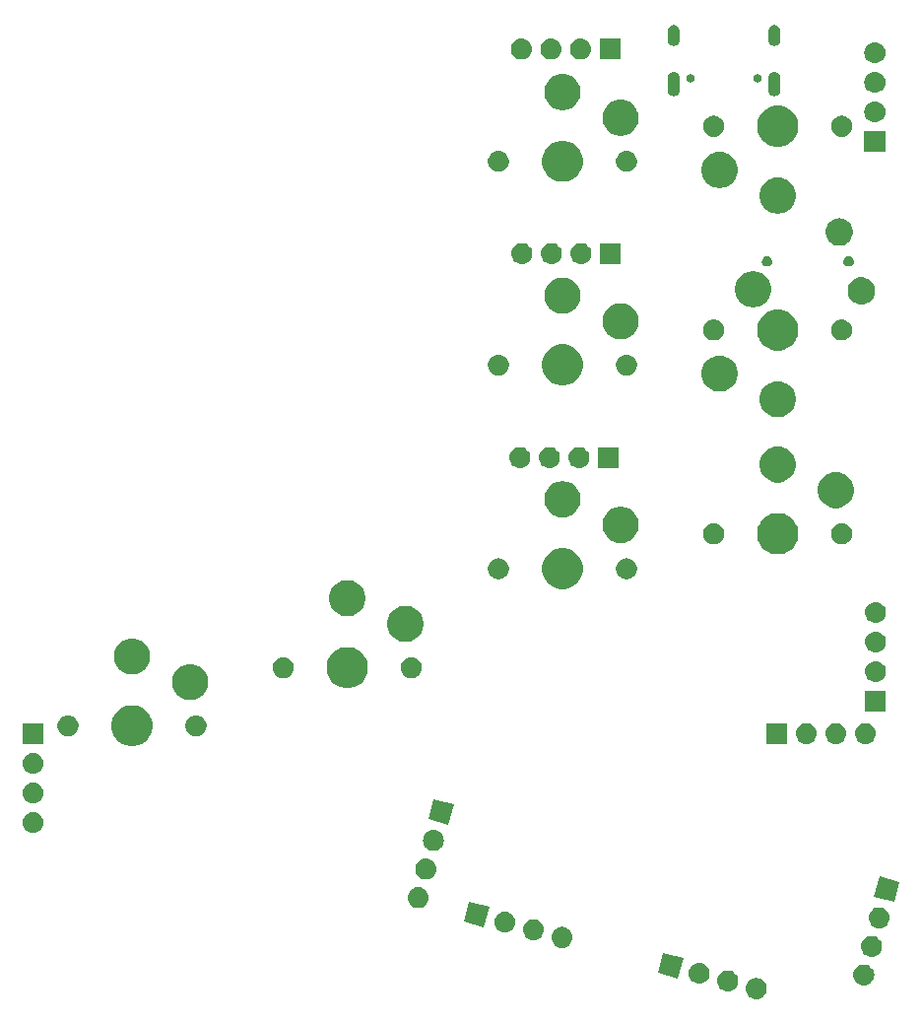
<source format=gbr>
G04 #@! TF.GenerationSoftware,KiCad,Pcbnew,(5.1.4)-1*
G04 #@! TF.CreationDate,2023-01-09T13:33:52-05:00*
G04 #@! TF.ProjectId,ThumbsUp,5468756d-6273-4557-902e-6b696361645f,rev?*
G04 #@! TF.SameCoordinates,Original*
G04 #@! TF.FileFunction,Soldermask,Top*
G04 #@! TF.FilePolarity,Negative*
%FSLAX46Y46*%
G04 Gerber Fmt 4.6, Leading zero omitted, Abs format (unit mm)*
G04 Created by KiCad (PCBNEW (5.1.4)-1) date 2023-01-09 13:33:52*
%MOMM*%
%LPD*%
G04 APERTURE LIST*
%ADD10C,0.100000*%
G04 APERTURE END LIST*
D10*
G36*
X118803587Y-472190671D02*
G01*
X118869772Y-472197190D01*
X119039611Y-472248710D01*
X119196136Y-472332375D01*
X119231874Y-472361705D01*
X119333331Y-472444967D01*
X119416593Y-472546424D01*
X119445923Y-472582162D01*
X119529588Y-472738687D01*
X119581108Y-472908526D01*
X119598504Y-473085153D01*
X119581108Y-473261780D01*
X119529588Y-473431619D01*
X119445923Y-473588144D01*
X119416593Y-473623882D01*
X119333331Y-473725339D01*
X119231874Y-473808601D01*
X119196136Y-473837931D01*
X119039611Y-473921596D01*
X118869772Y-473973116D01*
X118803587Y-473979635D01*
X118737405Y-473986153D01*
X118648885Y-473986153D01*
X118582703Y-473979635D01*
X118516518Y-473973116D01*
X118346679Y-473921596D01*
X118190154Y-473837931D01*
X118154416Y-473808601D01*
X118052959Y-473725339D01*
X117969697Y-473623882D01*
X117940367Y-473588144D01*
X117856702Y-473431619D01*
X117805182Y-473261780D01*
X117787786Y-473085153D01*
X117805182Y-472908526D01*
X117856702Y-472738687D01*
X117940367Y-472582162D01*
X117969697Y-472546424D01*
X118052959Y-472444967D01*
X118154416Y-472361705D01*
X118190154Y-472332375D01*
X118346679Y-472248710D01*
X118516518Y-472197190D01*
X118582703Y-472190671D01*
X118648885Y-472184153D01*
X118737405Y-472184153D01*
X118803587Y-472190671D01*
X118803587Y-472190671D01*
G37*
G36*
X116350136Y-471533272D02*
G01*
X116416320Y-471539790D01*
X116586159Y-471591310D01*
X116742684Y-471674975D01*
X116778422Y-471704305D01*
X116879879Y-471787567D01*
X116963141Y-471889024D01*
X116992471Y-471924762D01*
X117076136Y-472081287D01*
X117127656Y-472251126D01*
X117145052Y-472427753D01*
X117127656Y-472604380D01*
X117076136Y-472774219D01*
X116992471Y-472930744D01*
X116963141Y-472966482D01*
X116879879Y-473067939D01*
X116778422Y-473151201D01*
X116742684Y-473180531D01*
X116586159Y-473264196D01*
X116416320Y-473315716D01*
X116350135Y-473322235D01*
X116283953Y-473328753D01*
X116195433Y-473328753D01*
X116129251Y-473322235D01*
X116063066Y-473315716D01*
X115893227Y-473264196D01*
X115736702Y-473180531D01*
X115700964Y-473151201D01*
X115599507Y-473067939D01*
X115516245Y-472966482D01*
X115486915Y-472930744D01*
X115403250Y-472774219D01*
X115351730Y-472604380D01*
X115334334Y-472427753D01*
X115351730Y-472251126D01*
X115403250Y-472081287D01*
X115486915Y-471924762D01*
X115516245Y-471889024D01*
X115599507Y-471787567D01*
X115700964Y-471704305D01*
X115736702Y-471674975D01*
X115893227Y-471591310D01*
X116063066Y-471539790D01*
X116129250Y-471533272D01*
X116195433Y-471526753D01*
X116283953Y-471526753D01*
X116350136Y-471533272D01*
X116350136Y-471533272D01*
G37*
G36*
X128034119Y-471017573D02*
G01*
X128109416Y-471024989D01*
X128279255Y-471076509D01*
X128435780Y-471160174D01*
X128471518Y-471189504D01*
X128572975Y-471272766D01*
X128656237Y-471374223D01*
X128685567Y-471409961D01*
X128769232Y-471566486D01*
X128820752Y-471736325D01*
X128838148Y-471912952D01*
X128820752Y-472089579D01*
X128769232Y-472259418D01*
X128685567Y-472415943D01*
X128661747Y-472444967D01*
X128572975Y-472553138D01*
X128471518Y-472636400D01*
X128435780Y-472665730D01*
X128279255Y-472749395D01*
X128109416Y-472800915D01*
X128043232Y-472807433D01*
X127977049Y-472813952D01*
X127888529Y-472813952D01*
X127822346Y-472807433D01*
X127756162Y-472800915D01*
X127586323Y-472749395D01*
X127429798Y-472665730D01*
X127394060Y-472636400D01*
X127292603Y-472553138D01*
X127203831Y-472444967D01*
X127180011Y-472415943D01*
X127096346Y-472259418D01*
X127044826Y-472089579D01*
X127027430Y-471912952D01*
X127044826Y-471736325D01*
X127096346Y-471566486D01*
X127180011Y-471409961D01*
X127209341Y-471374223D01*
X127292603Y-471272766D01*
X127394060Y-471189504D01*
X127429798Y-471160174D01*
X127586323Y-471076509D01*
X127756162Y-471024989D01*
X127831459Y-471017573D01*
X127888529Y-471011952D01*
X127977049Y-471011952D01*
X128034119Y-471017573D01*
X128034119Y-471017573D01*
G37*
G36*
X113896685Y-470875871D02*
G01*
X113962869Y-470882389D01*
X114132708Y-470933909D01*
X114289233Y-471017574D01*
X114298268Y-471024989D01*
X114426428Y-471130166D01*
X114509690Y-471231623D01*
X114539020Y-471267361D01*
X114622685Y-471423886D01*
X114674205Y-471593725D01*
X114691601Y-471770352D01*
X114674205Y-471946979D01*
X114622685Y-472116818D01*
X114539020Y-472273343D01*
X114509690Y-472309081D01*
X114426428Y-472410538D01*
X114324971Y-472493800D01*
X114289233Y-472523130D01*
X114132708Y-472606795D01*
X113962869Y-472658315D01*
X113896684Y-472664834D01*
X113830502Y-472671352D01*
X113741982Y-472671352D01*
X113675800Y-472664834D01*
X113609615Y-472658315D01*
X113439776Y-472606795D01*
X113283251Y-472523130D01*
X113247513Y-472493800D01*
X113146056Y-472410538D01*
X113062794Y-472309081D01*
X113033464Y-472273343D01*
X112949799Y-472116818D01*
X112898279Y-471946979D01*
X112880883Y-471770352D01*
X112898279Y-471593725D01*
X112949799Y-471423886D01*
X113033464Y-471267361D01*
X113062794Y-471231623D01*
X113146056Y-471130166D01*
X113274216Y-471024989D01*
X113283251Y-471017574D01*
X113439776Y-470933909D01*
X113609615Y-470882389D01*
X113675799Y-470875871D01*
X113741982Y-470869352D01*
X113830502Y-470869352D01*
X113896685Y-470875871D01*
X113896685Y-470875871D01*
G37*
G36*
X112436285Y-470475849D02*
G01*
X111969893Y-472216447D01*
X110229295Y-471750055D01*
X110695687Y-470009457D01*
X112436285Y-470475849D01*
X112436285Y-470475849D01*
G37*
G36*
X128700632Y-468565019D02*
G01*
X128766816Y-468571537D01*
X128936655Y-468623057D01*
X129093180Y-468706722D01*
X129128918Y-468736052D01*
X129230375Y-468819314D01*
X129309490Y-468915717D01*
X129342967Y-468956509D01*
X129426632Y-469113034D01*
X129478152Y-469282873D01*
X129495548Y-469459500D01*
X129478152Y-469636127D01*
X129426632Y-469805966D01*
X129342967Y-469962491D01*
X129313637Y-469998229D01*
X129230375Y-470099686D01*
X129128918Y-470182948D01*
X129093180Y-470212278D01*
X128936655Y-470295943D01*
X128766816Y-470347463D01*
X128700632Y-470353981D01*
X128634449Y-470360500D01*
X128545929Y-470360500D01*
X128479746Y-470353981D01*
X128413562Y-470347463D01*
X128243723Y-470295943D01*
X128087198Y-470212278D01*
X128051460Y-470182948D01*
X127950003Y-470099686D01*
X127866741Y-469998229D01*
X127837411Y-469962491D01*
X127753746Y-469805966D01*
X127702226Y-469636127D01*
X127684830Y-469459500D01*
X127702226Y-469282873D01*
X127753746Y-469113034D01*
X127837411Y-468956509D01*
X127870888Y-468915717D01*
X127950003Y-468819314D01*
X128051460Y-468736052D01*
X128087198Y-468706722D01*
X128243723Y-468623057D01*
X128413562Y-468571537D01*
X128479746Y-468565019D01*
X128545929Y-468558500D01*
X128634449Y-468558500D01*
X128700632Y-468565019D01*
X128700632Y-468565019D01*
G37*
G36*
X102103586Y-467790672D02*
G01*
X102169771Y-467797191D01*
X102339610Y-467848711D01*
X102496135Y-467932376D01*
X102531873Y-467961706D01*
X102633330Y-468044968D01*
X102716592Y-468146425D01*
X102745922Y-468182163D01*
X102829587Y-468338688D01*
X102881107Y-468508527D01*
X102898503Y-468685154D01*
X102881107Y-468861781D01*
X102829587Y-469031620D01*
X102745922Y-469188145D01*
X102716592Y-469223883D01*
X102633330Y-469325340D01*
X102531873Y-469408602D01*
X102496135Y-469437932D01*
X102339610Y-469521597D01*
X102169771Y-469573117D01*
X102103586Y-469579636D01*
X102037404Y-469586154D01*
X101948884Y-469586154D01*
X101882702Y-469579636D01*
X101816517Y-469573117D01*
X101646678Y-469521597D01*
X101490153Y-469437932D01*
X101454415Y-469408602D01*
X101352958Y-469325340D01*
X101269696Y-469223883D01*
X101240366Y-469188145D01*
X101156701Y-469031620D01*
X101105181Y-468861781D01*
X101087785Y-468685154D01*
X101105181Y-468508527D01*
X101156701Y-468338688D01*
X101240366Y-468182163D01*
X101269696Y-468146425D01*
X101352958Y-468044968D01*
X101454415Y-467961706D01*
X101490153Y-467932376D01*
X101646678Y-467848711D01*
X101816517Y-467797191D01*
X101882702Y-467790672D01*
X101948884Y-467784154D01*
X102037404Y-467784154D01*
X102103586Y-467790672D01*
X102103586Y-467790672D01*
G37*
G36*
X99650134Y-467133272D02*
G01*
X99716319Y-467139791D01*
X99886158Y-467191311D01*
X100042683Y-467274976D01*
X100078421Y-467304306D01*
X100179878Y-467387568D01*
X100263140Y-467489025D01*
X100292470Y-467524763D01*
X100376135Y-467681288D01*
X100427655Y-467851127D01*
X100445051Y-468027754D01*
X100427655Y-468204381D01*
X100376135Y-468374220D01*
X100292470Y-468530745D01*
X100269692Y-468558500D01*
X100179878Y-468667940D01*
X100078421Y-468751202D01*
X100042683Y-468780532D01*
X99886158Y-468864197D01*
X99716319Y-468915717D01*
X99650134Y-468922236D01*
X99583952Y-468928754D01*
X99495432Y-468928754D01*
X99429250Y-468922236D01*
X99363065Y-468915717D01*
X99193226Y-468864197D01*
X99036701Y-468780532D01*
X99000963Y-468751202D01*
X98899506Y-468667940D01*
X98809692Y-468558500D01*
X98786914Y-468530745D01*
X98703249Y-468374220D01*
X98651729Y-468204381D01*
X98634333Y-468027754D01*
X98651729Y-467851127D01*
X98703249Y-467681288D01*
X98786914Y-467524763D01*
X98816244Y-467489025D01*
X98899506Y-467387568D01*
X99000963Y-467304306D01*
X99036701Y-467274976D01*
X99193226Y-467191311D01*
X99363065Y-467139791D01*
X99429250Y-467133272D01*
X99495432Y-467126754D01*
X99583952Y-467126754D01*
X99650134Y-467133272D01*
X99650134Y-467133272D01*
G37*
G36*
X97196683Y-466475871D02*
G01*
X97262868Y-466482390D01*
X97432707Y-466533910D01*
X97589232Y-466617575D01*
X97624970Y-466646905D01*
X97726427Y-466730167D01*
X97807882Y-466829422D01*
X97839019Y-466867362D01*
X97922684Y-467023887D01*
X97974204Y-467193726D01*
X97991600Y-467370353D01*
X97974204Y-467546980D01*
X97922684Y-467716819D01*
X97839019Y-467873344D01*
X97822057Y-467894012D01*
X97726427Y-468010539D01*
X97624970Y-468093801D01*
X97589232Y-468123131D01*
X97432707Y-468206796D01*
X97262868Y-468258316D01*
X97196683Y-468264835D01*
X97130501Y-468271353D01*
X97041981Y-468271353D01*
X96975799Y-468264835D01*
X96909614Y-468258316D01*
X96739775Y-468206796D01*
X96583250Y-468123131D01*
X96547512Y-468093801D01*
X96446055Y-468010539D01*
X96350425Y-467894012D01*
X96333463Y-467873344D01*
X96249798Y-467716819D01*
X96198278Y-467546980D01*
X96180882Y-467370353D01*
X96198278Y-467193726D01*
X96249798Y-467023887D01*
X96333463Y-466867362D01*
X96364600Y-466829422D01*
X96446055Y-466730167D01*
X96547512Y-466646905D01*
X96583250Y-466617575D01*
X96739775Y-466533910D01*
X96909614Y-466482390D01*
X96975799Y-466475871D01*
X97041981Y-466469353D01*
X97130501Y-466469353D01*
X97196683Y-466475871D01*
X97196683Y-466475871D01*
G37*
G36*
X129358033Y-466111568D02*
G01*
X129424217Y-466118086D01*
X129594056Y-466169606D01*
X129750581Y-466253271D01*
X129786319Y-466282601D01*
X129887776Y-466365863D01*
X129971038Y-466467320D01*
X130000368Y-466503058D01*
X130084033Y-466659583D01*
X130135553Y-466829422D01*
X130152949Y-467006049D01*
X130135553Y-467182676D01*
X130084033Y-467352515D01*
X130000368Y-467509040D01*
X129971038Y-467544778D01*
X129887776Y-467646235D01*
X129801768Y-467716819D01*
X129750581Y-467758827D01*
X129594056Y-467842492D01*
X129424217Y-467894012D01*
X129358033Y-467900530D01*
X129291850Y-467907049D01*
X129203330Y-467907049D01*
X129137147Y-467900530D01*
X129070963Y-467894012D01*
X128901124Y-467842492D01*
X128744599Y-467758827D01*
X128693412Y-467716819D01*
X128607404Y-467646235D01*
X128524142Y-467544778D01*
X128494812Y-467509040D01*
X128411147Y-467352515D01*
X128359627Y-467182676D01*
X128342231Y-467006049D01*
X128359627Y-466829422D01*
X128411147Y-466659583D01*
X128494812Y-466503058D01*
X128524142Y-466467320D01*
X128607404Y-466365863D01*
X128708861Y-466282601D01*
X128744599Y-466253271D01*
X128901124Y-466169606D01*
X129070963Y-466118086D01*
X129137147Y-466111568D01*
X129203330Y-466105049D01*
X129291850Y-466105049D01*
X129358033Y-466111568D01*
X129358033Y-466111568D01*
G37*
G36*
X95736284Y-466075850D02*
G01*
X95269892Y-467816448D01*
X93529294Y-467350056D01*
X93995686Y-465609458D01*
X95736284Y-466075850D01*
X95736284Y-466075850D01*
G37*
G36*
X89738399Y-464377339D02*
G01*
X89804583Y-464383857D01*
X89974422Y-464435377D01*
X90130947Y-464519042D01*
X90166685Y-464548372D01*
X90268142Y-464631634D01*
X90351404Y-464733091D01*
X90380734Y-464768829D01*
X90464399Y-464925354D01*
X90515919Y-465095193D01*
X90533315Y-465271820D01*
X90515919Y-465448447D01*
X90464399Y-465618286D01*
X90380734Y-465774811D01*
X90351404Y-465810549D01*
X90268142Y-465912006D01*
X90166685Y-465995268D01*
X90130947Y-466024598D01*
X89974422Y-466108263D01*
X89804583Y-466159783D01*
X89738398Y-466166302D01*
X89672216Y-466172820D01*
X89583696Y-466172820D01*
X89517514Y-466166302D01*
X89451329Y-466159783D01*
X89281490Y-466108263D01*
X89124965Y-466024598D01*
X89089227Y-465995268D01*
X88987770Y-465912006D01*
X88904508Y-465810549D01*
X88875178Y-465774811D01*
X88791513Y-465618286D01*
X88739993Y-465448447D01*
X88722597Y-465271820D01*
X88739993Y-465095193D01*
X88791513Y-464925354D01*
X88875178Y-464768829D01*
X88904508Y-464733091D01*
X88987770Y-464631634D01*
X89089227Y-464548372D01*
X89124965Y-464519042D01*
X89281490Y-464435377D01*
X89451329Y-464383857D01*
X89517513Y-464377339D01*
X89583696Y-464370820D01*
X89672216Y-464370820D01*
X89738399Y-464377339D01*
X89738399Y-464377339D01*
G37*
G36*
X131008485Y-463915494D02*
G01*
X130542093Y-465656092D01*
X128801495Y-465189700D01*
X129267887Y-463449102D01*
X131008485Y-463915494D01*
X131008485Y-463915494D01*
G37*
G36*
X90395799Y-461923887D02*
G01*
X90461983Y-461930405D01*
X90631822Y-461981925D01*
X90788347Y-462065590D01*
X90824085Y-462094920D01*
X90925542Y-462178182D01*
X91008804Y-462279639D01*
X91038134Y-462315377D01*
X91121799Y-462471902D01*
X91173319Y-462641741D01*
X91190715Y-462818368D01*
X91173319Y-462994995D01*
X91121799Y-463164834D01*
X91038134Y-463321359D01*
X91008804Y-463357097D01*
X90925542Y-463458554D01*
X90824085Y-463541816D01*
X90788347Y-463571146D01*
X90631822Y-463654811D01*
X90461983Y-463706331D01*
X90395799Y-463712849D01*
X90329616Y-463719368D01*
X90241096Y-463719368D01*
X90174913Y-463712849D01*
X90108729Y-463706331D01*
X89938890Y-463654811D01*
X89782365Y-463571146D01*
X89746627Y-463541816D01*
X89645170Y-463458554D01*
X89561908Y-463357097D01*
X89532578Y-463321359D01*
X89448913Y-463164834D01*
X89397393Y-462994995D01*
X89379997Y-462818368D01*
X89397393Y-462641741D01*
X89448913Y-462471902D01*
X89532578Y-462315377D01*
X89561908Y-462279639D01*
X89645170Y-462178182D01*
X89746627Y-462094920D01*
X89782365Y-462065590D01*
X89938890Y-461981925D01*
X90108729Y-461930405D01*
X90174913Y-461923887D01*
X90241096Y-461917368D01*
X90329616Y-461917368D01*
X90395799Y-461923887D01*
X90395799Y-461923887D01*
G37*
G36*
X91053200Y-459470436D02*
G01*
X91119384Y-459476954D01*
X91289223Y-459528474D01*
X91445748Y-459612139D01*
X91481486Y-459641469D01*
X91582943Y-459724731D01*
X91666205Y-459826188D01*
X91695535Y-459861926D01*
X91779200Y-460018451D01*
X91830720Y-460188290D01*
X91848116Y-460364917D01*
X91830720Y-460541544D01*
X91779200Y-460711383D01*
X91695535Y-460867908D01*
X91666205Y-460903646D01*
X91582943Y-461005103D01*
X91481486Y-461088365D01*
X91445748Y-461117695D01*
X91289223Y-461201360D01*
X91119384Y-461252880D01*
X91053200Y-461259398D01*
X90987017Y-461265917D01*
X90898497Y-461265917D01*
X90832314Y-461259398D01*
X90766130Y-461252880D01*
X90596291Y-461201360D01*
X90439766Y-461117695D01*
X90404028Y-461088365D01*
X90302571Y-461005103D01*
X90219309Y-460903646D01*
X90189979Y-460867908D01*
X90106314Y-460711383D01*
X90054794Y-460541544D01*
X90037398Y-460364917D01*
X90054794Y-460188290D01*
X90106314Y-460018451D01*
X90189979Y-459861926D01*
X90219309Y-459826188D01*
X90302571Y-459724731D01*
X90404028Y-459641469D01*
X90439766Y-459612139D01*
X90596291Y-459528474D01*
X90766130Y-459476954D01*
X90832314Y-459470436D01*
X90898497Y-459463917D01*
X90987017Y-459463917D01*
X91053200Y-459470436D01*
X91053200Y-459470436D01*
G37*
G36*
X56643231Y-457918470D02*
G01*
X56709416Y-457924989D01*
X56879255Y-457976509D01*
X57035780Y-458060174D01*
X57071518Y-458089504D01*
X57172975Y-458172766D01*
X57256237Y-458274223D01*
X57285567Y-458309961D01*
X57369232Y-458466486D01*
X57420752Y-458636325D01*
X57438148Y-458812952D01*
X57420752Y-458989579D01*
X57369232Y-459159418D01*
X57285567Y-459315943D01*
X57256237Y-459351681D01*
X57172975Y-459453138D01*
X57081176Y-459528474D01*
X57035780Y-459565730D01*
X56879255Y-459649395D01*
X56709416Y-459700915D01*
X56643232Y-459707433D01*
X56577049Y-459713952D01*
X56488529Y-459713952D01*
X56422346Y-459707433D01*
X56356162Y-459700915D01*
X56186323Y-459649395D01*
X56029798Y-459565730D01*
X55984402Y-459528474D01*
X55892603Y-459453138D01*
X55809341Y-459351681D01*
X55780011Y-459315943D01*
X55696346Y-459159418D01*
X55644826Y-458989579D01*
X55627430Y-458812952D01*
X55644826Y-458636325D01*
X55696346Y-458466486D01*
X55780011Y-458309961D01*
X55809341Y-458274223D01*
X55892603Y-458172766D01*
X55994060Y-458089504D01*
X56029798Y-458060174D01*
X56186323Y-457976509D01*
X56356162Y-457924989D01*
X56422347Y-457918470D01*
X56488529Y-457911952D01*
X56577049Y-457911952D01*
X56643231Y-457918470D01*
X56643231Y-457918470D01*
G37*
G36*
X92703652Y-457274362D02*
G01*
X92237260Y-459014960D01*
X90496662Y-458548568D01*
X90963054Y-456807970D01*
X92703652Y-457274362D01*
X92703652Y-457274362D01*
G37*
G36*
X56643231Y-455378470D02*
G01*
X56709416Y-455384989D01*
X56879255Y-455436509D01*
X57035780Y-455520174D01*
X57071518Y-455549504D01*
X57172975Y-455632766D01*
X57256237Y-455734223D01*
X57285567Y-455769961D01*
X57369232Y-455926486D01*
X57420752Y-456096325D01*
X57438148Y-456272952D01*
X57420752Y-456449579D01*
X57369232Y-456619418D01*
X57285567Y-456775943D01*
X57259283Y-456807970D01*
X57172975Y-456913138D01*
X57071518Y-456996400D01*
X57035780Y-457025730D01*
X56879255Y-457109395D01*
X56709416Y-457160915D01*
X56643231Y-457167434D01*
X56577049Y-457173952D01*
X56488529Y-457173952D01*
X56422347Y-457167434D01*
X56356162Y-457160915D01*
X56186323Y-457109395D01*
X56029798Y-457025730D01*
X55994060Y-456996400D01*
X55892603Y-456913138D01*
X55806295Y-456807970D01*
X55780011Y-456775943D01*
X55696346Y-456619418D01*
X55644826Y-456449579D01*
X55627430Y-456272952D01*
X55644826Y-456096325D01*
X55696346Y-455926486D01*
X55780011Y-455769961D01*
X55809341Y-455734223D01*
X55892603Y-455632766D01*
X55994060Y-455549504D01*
X56029798Y-455520174D01*
X56186323Y-455436509D01*
X56356162Y-455384989D01*
X56422347Y-455378470D01*
X56488529Y-455371952D01*
X56577049Y-455371952D01*
X56643231Y-455378470D01*
X56643231Y-455378470D01*
G37*
G36*
X56643232Y-452838471D02*
G01*
X56709416Y-452844989D01*
X56879255Y-452896509D01*
X57035780Y-452980174D01*
X57071518Y-453009504D01*
X57172975Y-453092766D01*
X57256237Y-453194223D01*
X57285567Y-453229961D01*
X57369232Y-453386486D01*
X57420752Y-453556325D01*
X57438148Y-453732952D01*
X57420752Y-453909579D01*
X57369232Y-454079418D01*
X57285567Y-454235943D01*
X57256237Y-454271681D01*
X57172975Y-454373138D01*
X57071518Y-454456400D01*
X57035780Y-454485730D01*
X56879255Y-454569395D01*
X56709416Y-454620915D01*
X56643232Y-454627433D01*
X56577049Y-454633952D01*
X56488529Y-454633952D01*
X56422346Y-454627433D01*
X56356162Y-454620915D01*
X56186323Y-454569395D01*
X56029798Y-454485730D01*
X55994060Y-454456400D01*
X55892603Y-454373138D01*
X55809341Y-454271681D01*
X55780011Y-454235943D01*
X55696346Y-454079418D01*
X55644826Y-453909579D01*
X55627430Y-453732952D01*
X55644826Y-453556325D01*
X55696346Y-453386486D01*
X55780011Y-453229961D01*
X55809341Y-453194223D01*
X55892603Y-453092766D01*
X55994060Y-453009504D01*
X56029798Y-452980174D01*
X56186323Y-452896509D01*
X56356162Y-452844989D01*
X56422346Y-452838471D01*
X56488529Y-452831952D01*
X56577049Y-452831952D01*
X56643232Y-452838471D01*
X56643232Y-452838471D01*
G37*
G36*
X65547765Y-448815299D02*
G01*
X65869065Y-448948386D01*
X65869067Y-448948387D01*
X66158229Y-449141599D01*
X66404142Y-449387512D01*
X66553507Y-449611052D01*
X66597355Y-449676676D01*
X66730442Y-449997976D01*
X66798289Y-450339064D01*
X66798289Y-450686840D01*
X66730442Y-451027928D01*
X66653573Y-451213506D01*
X66597354Y-451349230D01*
X66404142Y-451638392D01*
X66158229Y-451884305D01*
X65869067Y-452077517D01*
X65869066Y-452077518D01*
X65869065Y-452077518D01*
X65547765Y-452210605D01*
X65206677Y-452278452D01*
X64858901Y-452278452D01*
X64517813Y-452210605D01*
X64196513Y-452077518D01*
X64196512Y-452077518D01*
X64196511Y-452077517D01*
X63907349Y-451884305D01*
X63661436Y-451638392D01*
X63468224Y-451349230D01*
X63412005Y-451213506D01*
X63335136Y-451027928D01*
X63267289Y-450686840D01*
X63267289Y-450339064D01*
X63335136Y-449997976D01*
X63468223Y-449676676D01*
X63512072Y-449611052D01*
X63661436Y-449387512D01*
X63907349Y-449141599D01*
X64196511Y-448948387D01*
X64196513Y-448948386D01*
X64517813Y-448815299D01*
X64858901Y-448747452D01*
X65206677Y-448747452D01*
X65547765Y-448815299D01*
X65547765Y-448815299D01*
G37*
G36*
X57433789Y-452093952D02*
G01*
X55631789Y-452093952D01*
X55631789Y-450291952D01*
X57433789Y-450291952D01*
X57433789Y-452093952D01*
X57433789Y-452093952D01*
G37*
G36*
X121349428Y-452082322D02*
G01*
X119547428Y-452082322D01*
X119547428Y-450280322D01*
X121349428Y-450280322D01*
X121349428Y-452082322D01*
X121349428Y-452082322D01*
G37*
G36*
X123098870Y-450286840D02*
G01*
X123165055Y-450293359D01*
X123334894Y-450344879D01*
X123491419Y-450428544D01*
X123527157Y-450457874D01*
X123628614Y-450541136D01*
X123711876Y-450642593D01*
X123741206Y-450678331D01*
X123824871Y-450834856D01*
X123876391Y-451004695D01*
X123893787Y-451181322D01*
X123876391Y-451357949D01*
X123824871Y-451527788D01*
X123741206Y-451684313D01*
X123711876Y-451720051D01*
X123628614Y-451821508D01*
X123527157Y-451904770D01*
X123491419Y-451934100D01*
X123334894Y-452017765D01*
X123165055Y-452069285D01*
X123098871Y-452075803D01*
X123032688Y-452082322D01*
X122944168Y-452082322D01*
X122877985Y-452075803D01*
X122811801Y-452069285D01*
X122641962Y-452017765D01*
X122485437Y-451934100D01*
X122449699Y-451904770D01*
X122348242Y-451821508D01*
X122264980Y-451720051D01*
X122235650Y-451684313D01*
X122151985Y-451527788D01*
X122100465Y-451357949D01*
X122083069Y-451181322D01*
X122100465Y-451004695D01*
X122151985Y-450834856D01*
X122235650Y-450678331D01*
X122264980Y-450642593D01*
X122348242Y-450541136D01*
X122449699Y-450457874D01*
X122485437Y-450428544D01*
X122641962Y-450344879D01*
X122811801Y-450293359D01*
X122877986Y-450286840D01*
X122944168Y-450280322D01*
X123032688Y-450280322D01*
X123098870Y-450286840D01*
X123098870Y-450286840D01*
G37*
G36*
X125638870Y-450286840D02*
G01*
X125705055Y-450293359D01*
X125874894Y-450344879D01*
X126031419Y-450428544D01*
X126067157Y-450457874D01*
X126168614Y-450541136D01*
X126251876Y-450642593D01*
X126281206Y-450678331D01*
X126364871Y-450834856D01*
X126416391Y-451004695D01*
X126433787Y-451181322D01*
X126416391Y-451357949D01*
X126364871Y-451527788D01*
X126281206Y-451684313D01*
X126251876Y-451720051D01*
X126168614Y-451821508D01*
X126067157Y-451904770D01*
X126031419Y-451934100D01*
X125874894Y-452017765D01*
X125705055Y-452069285D01*
X125638871Y-452075803D01*
X125572688Y-452082322D01*
X125484168Y-452082322D01*
X125417985Y-452075803D01*
X125351801Y-452069285D01*
X125181962Y-452017765D01*
X125025437Y-451934100D01*
X124989699Y-451904770D01*
X124888242Y-451821508D01*
X124804980Y-451720051D01*
X124775650Y-451684313D01*
X124691985Y-451527788D01*
X124640465Y-451357949D01*
X124623069Y-451181322D01*
X124640465Y-451004695D01*
X124691985Y-450834856D01*
X124775650Y-450678331D01*
X124804980Y-450642593D01*
X124888242Y-450541136D01*
X124989699Y-450457874D01*
X125025437Y-450428544D01*
X125181962Y-450344879D01*
X125351801Y-450293359D01*
X125417986Y-450286840D01*
X125484168Y-450280322D01*
X125572688Y-450280322D01*
X125638870Y-450286840D01*
X125638870Y-450286840D01*
G37*
G36*
X128178870Y-450286840D02*
G01*
X128245055Y-450293359D01*
X128414894Y-450344879D01*
X128571419Y-450428544D01*
X128607157Y-450457874D01*
X128708614Y-450541136D01*
X128791876Y-450642593D01*
X128821206Y-450678331D01*
X128904871Y-450834856D01*
X128956391Y-451004695D01*
X128973787Y-451181322D01*
X128956391Y-451357949D01*
X128904871Y-451527788D01*
X128821206Y-451684313D01*
X128791876Y-451720051D01*
X128708614Y-451821508D01*
X128607157Y-451904770D01*
X128571419Y-451934100D01*
X128414894Y-452017765D01*
X128245055Y-452069285D01*
X128178871Y-452075803D01*
X128112688Y-452082322D01*
X128024168Y-452082322D01*
X127957985Y-452075803D01*
X127891801Y-452069285D01*
X127721962Y-452017765D01*
X127565437Y-451934100D01*
X127529699Y-451904770D01*
X127428242Y-451821508D01*
X127344980Y-451720051D01*
X127315650Y-451684313D01*
X127231985Y-451527788D01*
X127180465Y-451357949D01*
X127163069Y-451181322D01*
X127180465Y-451004695D01*
X127231985Y-450834856D01*
X127315650Y-450678331D01*
X127344980Y-450642593D01*
X127428242Y-450541136D01*
X127529699Y-450457874D01*
X127565437Y-450428544D01*
X127721962Y-450344879D01*
X127891801Y-450293359D01*
X127957986Y-450286840D01*
X128024168Y-450280322D01*
X128112688Y-450280322D01*
X128178870Y-450286840D01*
X128178870Y-450286840D01*
G37*
G36*
X59708741Y-449628382D02*
G01*
X59795864Y-449645711D01*
X59905287Y-449691036D01*
X59960000Y-449713699D01*
X60106722Y-449811735D01*
X60107717Y-449812400D01*
X60233341Y-449938024D01*
X60233343Y-449938027D01*
X60332042Y-450085741D01*
X60332042Y-450085742D01*
X60400030Y-450249877D01*
X60434689Y-450424123D01*
X60434689Y-450601781D01*
X60400030Y-450776027D01*
X60354705Y-450885450D01*
X60332042Y-450940163D01*
X60273399Y-451027929D01*
X60233341Y-451087880D01*
X60107717Y-451213504D01*
X60107714Y-451213506D01*
X59960000Y-451312205D01*
X59905287Y-451334868D01*
X59795864Y-451380193D01*
X59708741Y-451397523D01*
X59621620Y-451414852D01*
X59443958Y-451414852D01*
X59356837Y-451397523D01*
X59269714Y-451380193D01*
X59160291Y-451334868D01*
X59105578Y-451312205D01*
X58957864Y-451213506D01*
X58957861Y-451213504D01*
X58832237Y-451087880D01*
X58792179Y-451027929D01*
X58733536Y-450940163D01*
X58710873Y-450885450D01*
X58665548Y-450776027D01*
X58630889Y-450601781D01*
X58630889Y-450424123D01*
X58665548Y-450249877D01*
X58733536Y-450085742D01*
X58733536Y-450085741D01*
X58832235Y-449938027D01*
X58832237Y-449938024D01*
X58957861Y-449812400D01*
X58958856Y-449811735D01*
X59105578Y-449713699D01*
X59160291Y-449691036D01*
X59269714Y-449645711D01*
X59356837Y-449628382D01*
X59443958Y-449611052D01*
X59621620Y-449611052D01*
X59708741Y-449628382D01*
X59708741Y-449628382D01*
G37*
G36*
X70708741Y-449628382D02*
G01*
X70795864Y-449645711D01*
X70905287Y-449691036D01*
X70960000Y-449713699D01*
X71106722Y-449811735D01*
X71107717Y-449812400D01*
X71233341Y-449938024D01*
X71233343Y-449938027D01*
X71332042Y-450085741D01*
X71332042Y-450085742D01*
X71400030Y-450249877D01*
X71434689Y-450424123D01*
X71434689Y-450601781D01*
X71400030Y-450776027D01*
X71354705Y-450885450D01*
X71332042Y-450940163D01*
X71273399Y-451027929D01*
X71233341Y-451087880D01*
X71107717Y-451213504D01*
X71107714Y-451213506D01*
X70960000Y-451312205D01*
X70905287Y-451334868D01*
X70795864Y-451380193D01*
X70708741Y-451397523D01*
X70621620Y-451414852D01*
X70443958Y-451414852D01*
X70356837Y-451397523D01*
X70269714Y-451380193D01*
X70160291Y-451334868D01*
X70105578Y-451312205D01*
X69957864Y-451213506D01*
X69957861Y-451213504D01*
X69832237Y-451087880D01*
X69792179Y-451027929D01*
X69733536Y-450940163D01*
X69710873Y-450885450D01*
X69665548Y-450776027D01*
X69630889Y-450601781D01*
X69630889Y-450424123D01*
X69665548Y-450249877D01*
X69733536Y-450085742D01*
X69733536Y-450085741D01*
X69832235Y-449938027D01*
X69832237Y-449938024D01*
X69957861Y-449812400D01*
X69958856Y-449811735D01*
X70105578Y-449713699D01*
X70160291Y-449691036D01*
X70269714Y-449645711D01*
X70356837Y-449628382D01*
X70443958Y-449611052D01*
X70621620Y-449611052D01*
X70708741Y-449628382D01*
X70708741Y-449628382D01*
G37*
G36*
X129841599Y-449295893D02*
G01*
X128039599Y-449295893D01*
X128039599Y-447493893D01*
X129841599Y-447493893D01*
X129841599Y-449295893D01*
X129841599Y-449295893D01*
G37*
G36*
X70335374Y-445241754D02*
G01*
X70485199Y-445271556D01*
X70767463Y-445388473D01*
X71021494Y-445558211D01*
X71237530Y-445774247D01*
X71407268Y-446028278D01*
X71524185Y-446310542D01*
X71583789Y-446610192D01*
X71583789Y-446915712D01*
X71524185Y-447215362D01*
X71407268Y-447497626D01*
X71237530Y-447751657D01*
X71021494Y-447967693D01*
X70767463Y-448137431D01*
X70485199Y-448254348D01*
X70335374Y-448284150D01*
X70185550Y-448313952D01*
X69880028Y-448313952D01*
X69730204Y-448284150D01*
X69580379Y-448254348D01*
X69298115Y-448137431D01*
X69044084Y-447967693D01*
X68828048Y-447751657D01*
X68658310Y-447497626D01*
X68541393Y-447215362D01*
X68481789Y-446915712D01*
X68481789Y-446610192D01*
X68541393Y-446310542D01*
X68658310Y-446028278D01*
X68828048Y-445774247D01*
X69044084Y-445558211D01*
X69298115Y-445388473D01*
X69580379Y-445271556D01*
X69730204Y-445241754D01*
X69880028Y-445211952D01*
X70185550Y-445211952D01*
X70335374Y-445241754D01*
X70335374Y-445241754D01*
G37*
G36*
X84047765Y-443815300D02*
G01*
X84369065Y-443948387D01*
X84369067Y-443948388D01*
X84658229Y-444141600D01*
X84904142Y-444387513D01*
X85053507Y-444611053D01*
X85097355Y-444676677D01*
X85230442Y-444997977D01*
X85298289Y-445339065D01*
X85298289Y-445686841D01*
X85230442Y-446027929D01*
X85113379Y-446310543D01*
X85097354Y-446349231D01*
X84904142Y-446638393D01*
X84658229Y-446884306D01*
X84369067Y-447077518D01*
X84369066Y-447077519D01*
X84369065Y-447077519D01*
X84047765Y-447210606D01*
X83706677Y-447278453D01*
X83358901Y-447278453D01*
X83017813Y-447210606D01*
X82696513Y-447077519D01*
X82696512Y-447077519D01*
X82696511Y-447077518D01*
X82407349Y-446884306D01*
X82161436Y-446638393D01*
X81968224Y-446349231D01*
X81952199Y-446310543D01*
X81835136Y-446027929D01*
X81767289Y-445686841D01*
X81767289Y-445339065D01*
X81835136Y-444997977D01*
X81968223Y-444676677D01*
X82012072Y-444611053D01*
X82161436Y-444387513D01*
X82407349Y-444141600D01*
X82696511Y-443948388D01*
X82696513Y-443948387D01*
X83017813Y-443815300D01*
X83358901Y-443747453D01*
X83706677Y-443747453D01*
X84047765Y-443815300D01*
X84047765Y-443815300D01*
G37*
G36*
X129051042Y-444960412D02*
G01*
X129117226Y-444966930D01*
X129287065Y-445018450D01*
X129443590Y-445102115D01*
X129479328Y-445131445D01*
X129580785Y-445214707D01*
X129648832Y-445297624D01*
X129693377Y-445351902D01*
X129777042Y-445508427D01*
X129828562Y-445678266D01*
X129845958Y-445854893D01*
X129828562Y-446031520D01*
X129777042Y-446201359D01*
X129693377Y-446357884D01*
X129664047Y-446393622D01*
X129580785Y-446495079D01*
X129479328Y-446578341D01*
X129443590Y-446607671D01*
X129287065Y-446691336D01*
X129117226Y-446742856D01*
X129051042Y-446749374D01*
X128984859Y-446755893D01*
X128896339Y-446755893D01*
X128830156Y-446749374D01*
X128763972Y-446742856D01*
X128594133Y-446691336D01*
X128437608Y-446607671D01*
X128401870Y-446578341D01*
X128300413Y-446495079D01*
X128217151Y-446393622D01*
X128187821Y-446357884D01*
X128104156Y-446201359D01*
X128052636Y-446031520D01*
X128035240Y-445854893D01*
X128052636Y-445678266D01*
X128104156Y-445508427D01*
X128187821Y-445351902D01*
X128232366Y-445297624D01*
X128300413Y-445214707D01*
X128401870Y-445131445D01*
X128437608Y-445102115D01*
X128594133Y-445018450D01*
X128763972Y-444966930D01*
X128830156Y-444960412D01*
X128896339Y-444953893D01*
X128984859Y-444953893D01*
X129051042Y-444960412D01*
X129051042Y-444960412D01*
G37*
G36*
X89208741Y-444628382D02*
G01*
X89295864Y-444645712D01*
X89405287Y-444691037D01*
X89460000Y-444713700D01*
X89606722Y-444811736D01*
X89607717Y-444812401D01*
X89733341Y-444938025D01*
X89733343Y-444938028D01*
X89832042Y-445085742D01*
X89832042Y-445085743D01*
X89900030Y-445249878D01*
X89900030Y-445249880D01*
X89920324Y-445351902D01*
X89934689Y-445424124D01*
X89934689Y-445601782D01*
X89900030Y-445776028D01*
X89854705Y-445885451D01*
X89832042Y-445940164D01*
X89773399Y-446027930D01*
X89733341Y-446087881D01*
X89607717Y-446213505D01*
X89607714Y-446213507D01*
X89460000Y-446312206D01*
X89405287Y-446334869D01*
X89295864Y-446380194D01*
X89208741Y-446397523D01*
X89121620Y-446414853D01*
X88943958Y-446414853D01*
X88856837Y-446397523D01*
X88769714Y-446380194D01*
X88660291Y-446334869D01*
X88605578Y-446312206D01*
X88457864Y-446213507D01*
X88457861Y-446213505D01*
X88332237Y-446087881D01*
X88292179Y-446027930D01*
X88233536Y-445940164D01*
X88210873Y-445885451D01*
X88165548Y-445776028D01*
X88130889Y-445601782D01*
X88130889Y-445424124D01*
X88145255Y-445351902D01*
X88165548Y-445249880D01*
X88165548Y-445249878D01*
X88233536Y-445085743D01*
X88233536Y-445085742D01*
X88332235Y-444938028D01*
X88332237Y-444938025D01*
X88457861Y-444812401D01*
X88458856Y-444811736D01*
X88605578Y-444713700D01*
X88660291Y-444691037D01*
X88769714Y-444645712D01*
X88856837Y-444628382D01*
X88943958Y-444611053D01*
X89121620Y-444611053D01*
X89208741Y-444628382D01*
X89208741Y-444628382D01*
G37*
G36*
X78208741Y-444628382D02*
G01*
X78295864Y-444645712D01*
X78405287Y-444691037D01*
X78460000Y-444713700D01*
X78606722Y-444811736D01*
X78607717Y-444812401D01*
X78733341Y-444938025D01*
X78733343Y-444938028D01*
X78832042Y-445085742D01*
X78832042Y-445085743D01*
X78900030Y-445249878D01*
X78900030Y-445249880D01*
X78920324Y-445351902D01*
X78934689Y-445424124D01*
X78934689Y-445601782D01*
X78900030Y-445776028D01*
X78854705Y-445885451D01*
X78832042Y-445940164D01*
X78773399Y-446027930D01*
X78733341Y-446087881D01*
X78607717Y-446213505D01*
X78607714Y-446213507D01*
X78460000Y-446312206D01*
X78405287Y-446334869D01*
X78295864Y-446380194D01*
X78208741Y-446397523D01*
X78121620Y-446414853D01*
X77943958Y-446414853D01*
X77856837Y-446397523D01*
X77769714Y-446380194D01*
X77660291Y-446334869D01*
X77605578Y-446312206D01*
X77457864Y-446213507D01*
X77457861Y-446213505D01*
X77332237Y-446087881D01*
X77292179Y-446027930D01*
X77233536Y-445940164D01*
X77210873Y-445885451D01*
X77165548Y-445776028D01*
X77130889Y-445601782D01*
X77130889Y-445424124D01*
X77145255Y-445351902D01*
X77165548Y-445249880D01*
X77165548Y-445249878D01*
X77233536Y-445085743D01*
X77233536Y-445085742D01*
X77332235Y-444938028D01*
X77332237Y-444938025D01*
X77457861Y-444812401D01*
X77458856Y-444811736D01*
X77605578Y-444713700D01*
X77660291Y-444691037D01*
X77769714Y-444645712D01*
X77856837Y-444628382D01*
X77943958Y-444611053D01*
X78121620Y-444611053D01*
X78208741Y-444628382D01*
X78208741Y-444628382D01*
G37*
G36*
X65335374Y-443041754D02*
G01*
X65485199Y-443071556D01*
X65767463Y-443188473D01*
X66021494Y-443358211D01*
X66237530Y-443574247D01*
X66407268Y-443828278D01*
X66524185Y-444110542D01*
X66583789Y-444410192D01*
X66583789Y-444715712D01*
X66524185Y-445015362D01*
X66407268Y-445297626D01*
X66237530Y-445551657D01*
X66021494Y-445767693D01*
X65767463Y-445937431D01*
X65485199Y-446054348D01*
X65335374Y-446084150D01*
X65185550Y-446113952D01*
X64880028Y-446113952D01*
X64730204Y-446084150D01*
X64580379Y-446054348D01*
X64298115Y-445937431D01*
X64044084Y-445767693D01*
X63828048Y-445551657D01*
X63658310Y-445297626D01*
X63541393Y-445015362D01*
X63481789Y-444715712D01*
X63481789Y-444410192D01*
X63541393Y-444110542D01*
X63658310Y-443828278D01*
X63828048Y-443574247D01*
X64044084Y-443358211D01*
X64298115Y-443188473D01*
X64580379Y-443071556D01*
X64730204Y-443041754D01*
X64880028Y-443011952D01*
X65185550Y-443011952D01*
X65335374Y-443041754D01*
X65335374Y-443041754D01*
G37*
G36*
X129051041Y-442420411D02*
G01*
X129117226Y-442426930D01*
X129287065Y-442478450D01*
X129443590Y-442562115D01*
X129479328Y-442591445D01*
X129580785Y-442674707D01*
X129643935Y-442751657D01*
X129693377Y-442811902D01*
X129777042Y-442968427D01*
X129828562Y-443138266D01*
X129845958Y-443314893D01*
X129828562Y-443491520D01*
X129777042Y-443661359D01*
X129693377Y-443817884D01*
X129684845Y-443828280D01*
X129580785Y-443955079D01*
X129479328Y-444038341D01*
X129443590Y-444067671D01*
X129287065Y-444151336D01*
X129117226Y-444202856D01*
X129051041Y-444209375D01*
X128984859Y-444215893D01*
X128896339Y-444215893D01*
X128830157Y-444209375D01*
X128763972Y-444202856D01*
X128594133Y-444151336D01*
X128437608Y-444067671D01*
X128401870Y-444038341D01*
X128300413Y-443955079D01*
X128196353Y-443828280D01*
X128187821Y-443817884D01*
X128104156Y-443661359D01*
X128052636Y-443491520D01*
X128035240Y-443314893D01*
X128052636Y-443138266D01*
X128104156Y-442968427D01*
X128187821Y-442811902D01*
X128237263Y-442751657D01*
X128300413Y-442674707D01*
X128401870Y-442591445D01*
X128437608Y-442562115D01*
X128594133Y-442478450D01*
X128763972Y-442426930D01*
X128830157Y-442420411D01*
X128896339Y-442413893D01*
X128984859Y-442413893D01*
X129051041Y-442420411D01*
X129051041Y-442420411D01*
G37*
G36*
X88835374Y-440241755D02*
G01*
X88985199Y-440271557D01*
X89267463Y-440388474D01*
X89521494Y-440558212D01*
X89737530Y-440774248D01*
X89907268Y-441028279D01*
X90024185Y-441310543D01*
X90083789Y-441610193D01*
X90083789Y-441915713D01*
X90024185Y-442215363D01*
X89907268Y-442497627D01*
X89737530Y-442751658D01*
X89521494Y-442967694D01*
X89267463Y-443137432D01*
X88985199Y-443254349D01*
X88835374Y-443284151D01*
X88685550Y-443313953D01*
X88380028Y-443313953D01*
X88230204Y-443284151D01*
X88080379Y-443254349D01*
X87798115Y-443137432D01*
X87544084Y-442967694D01*
X87328048Y-442751658D01*
X87158310Y-442497627D01*
X87041393Y-442215363D01*
X86981789Y-441915713D01*
X86981789Y-441610193D01*
X87041393Y-441310543D01*
X87158310Y-441028279D01*
X87328048Y-440774248D01*
X87544084Y-440558212D01*
X87798115Y-440388474D01*
X88080379Y-440271557D01*
X88230204Y-440241755D01*
X88380028Y-440211953D01*
X88685550Y-440211953D01*
X88835374Y-440241755D01*
X88835374Y-440241755D01*
G37*
G36*
X129051041Y-439880411D02*
G01*
X129117226Y-439886930D01*
X129287065Y-439938450D01*
X129443590Y-440022115D01*
X129479328Y-440051445D01*
X129580785Y-440134707D01*
X129644178Y-440211953D01*
X129693377Y-440271902D01*
X129777042Y-440428427D01*
X129828562Y-440598266D01*
X129845958Y-440774893D01*
X129828562Y-440951520D01*
X129777042Y-441121359D01*
X129693377Y-441277884D01*
X129666574Y-441310543D01*
X129580785Y-441415079D01*
X129479328Y-441498341D01*
X129443590Y-441527671D01*
X129443588Y-441527672D01*
X129289204Y-441610193D01*
X129287065Y-441611336D01*
X129117226Y-441662856D01*
X129051042Y-441669374D01*
X128984859Y-441675893D01*
X128896339Y-441675893D01*
X128830156Y-441669374D01*
X128763972Y-441662856D01*
X128594133Y-441611336D01*
X128591995Y-441610193D01*
X128437610Y-441527672D01*
X128437608Y-441527671D01*
X128401870Y-441498341D01*
X128300413Y-441415079D01*
X128214624Y-441310543D01*
X128187821Y-441277884D01*
X128104156Y-441121359D01*
X128052636Y-440951520D01*
X128035240Y-440774893D01*
X128052636Y-440598266D01*
X128104156Y-440428427D01*
X128187821Y-440271902D01*
X128237020Y-440211953D01*
X128300413Y-440134707D01*
X128401870Y-440051445D01*
X128437608Y-440022115D01*
X128594133Y-439938450D01*
X128763972Y-439886930D01*
X128830157Y-439880411D01*
X128896339Y-439873893D01*
X128984859Y-439873893D01*
X129051041Y-439880411D01*
X129051041Y-439880411D01*
G37*
G36*
X83835374Y-438041755D02*
G01*
X83985199Y-438071557D01*
X84267463Y-438188474D01*
X84521494Y-438358212D01*
X84737530Y-438574248D01*
X84907268Y-438828279D01*
X85024185Y-439110543D01*
X85083789Y-439410193D01*
X85083789Y-439715713D01*
X85024185Y-440015363D01*
X84907268Y-440297627D01*
X84737530Y-440551658D01*
X84521494Y-440767694D01*
X84267463Y-440937432D01*
X83985199Y-441054349D01*
X83835374Y-441084151D01*
X83685550Y-441113953D01*
X83380028Y-441113953D01*
X83230204Y-441084151D01*
X83080379Y-441054349D01*
X82798115Y-440937432D01*
X82544084Y-440767694D01*
X82328048Y-440551658D01*
X82158310Y-440297627D01*
X82041393Y-440015363D01*
X81981789Y-439715713D01*
X81981789Y-439410193D01*
X82041393Y-439110543D01*
X82158310Y-438828279D01*
X82328048Y-438574248D01*
X82544084Y-438358212D01*
X82798115Y-438188474D01*
X83080379Y-438071557D01*
X83230204Y-438041755D01*
X83380028Y-438011953D01*
X83685550Y-438011953D01*
X83835374Y-438041755D01*
X83835374Y-438041755D01*
G37*
G36*
X102547766Y-435315299D02*
G01*
X102869066Y-435448386D01*
X102869068Y-435448387D01*
X103158230Y-435641599D01*
X103404143Y-435887512D01*
X103553508Y-436111052D01*
X103597356Y-436176676D01*
X103730443Y-436497976D01*
X103798290Y-436839064D01*
X103798290Y-437186840D01*
X103730443Y-437527928D01*
X103653574Y-437713506D01*
X103597355Y-437849230D01*
X103404143Y-438138392D01*
X103158230Y-438384305D01*
X102869068Y-438577517D01*
X102869067Y-438577518D01*
X102869066Y-438577518D01*
X102547766Y-438710605D01*
X102206678Y-438778452D01*
X101858902Y-438778452D01*
X101517814Y-438710605D01*
X101196514Y-438577518D01*
X101196513Y-438577518D01*
X101196512Y-438577517D01*
X100907350Y-438384305D01*
X100661437Y-438138392D01*
X100468225Y-437849230D01*
X100412006Y-437713506D01*
X100335137Y-437527928D01*
X100267290Y-437186840D01*
X100267290Y-436839064D01*
X100335137Y-436497976D01*
X100468224Y-436176676D01*
X100512073Y-436111052D01*
X100661437Y-435887512D01*
X100907350Y-435641599D01*
X101196512Y-435448387D01*
X101196514Y-435448386D01*
X101517814Y-435315299D01*
X101858902Y-435247452D01*
X102206678Y-435247452D01*
X102547766Y-435315299D01*
X102547766Y-435315299D01*
G37*
G36*
X96708742Y-436128381D02*
G01*
X96795865Y-436145711D01*
X96905288Y-436191036D01*
X96960001Y-436213699D01*
X97106723Y-436311735D01*
X97107718Y-436312400D01*
X97233342Y-436438024D01*
X97233344Y-436438027D01*
X97332043Y-436585741D01*
X97332043Y-436585742D01*
X97400031Y-436749877D01*
X97434690Y-436924123D01*
X97434690Y-437101781D01*
X97400031Y-437276027D01*
X97354706Y-437385450D01*
X97332043Y-437440163D01*
X97273400Y-437527929D01*
X97233342Y-437587880D01*
X97107718Y-437713504D01*
X97107715Y-437713506D01*
X96960001Y-437812205D01*
X96905288Y-437834868D01*
X96795865Y-437880193D01*
X96708742Y-437897523D01*
X96621621Y-437914852D01*
X96443959Y-437914852D01*
X96356838Y-437897523D01*
X96269715Y-437880193D01*
X96160292Y-437834868D01*
X96105579Y-437812205D01*
X95957865Y-437713506D01*
X95957862Y-437713504D01*
X95832238Y-437587880D01*
X95792180Y-437527929D01*
X95733537Y-437440163D01*
X95710874Y-437385450D01*
X95665549Y-437276027D01*
X95630890Y-437101781D01*
X95630890Y-436924123D01*
X95665549Y-436749877D01*
X95733537Y-436585742D01*
X95733537Y-436585741D01*
X95832236Y-436438027D01*
X95832238Y-436438024D01*
X95957862Y-436312400D01*
X95958857Y-436311735D01*
X96105579Y-436213699D01*
X96160292Y-436191036D01*
X96269715Y-436145711D01*
X96356838Y-436128381D01*
X96443959Y-436111052D01*
X96621621Y-436111052D01*
X96708742Y-436128381D01*
X96708742Y-436128381D01*
G37*
G36*
X107708742Y-436128381D02*
G01*
X107795865Y-436145711D01*
X107905288Y-436191036D01*
X107960001Y-436213699D01*
X108106723Y-436311735D01*
X108107718Y-436312400D01*
X108233342Y-436438024D01*
X108233344Y-436438027D01*
X108332043Y-436585741D01*
X108332043Y-436585742D01*
X108400031Y-436749877D01*
X108434690Y-436924123D01*
X108434690Y-437101781D01*
X108400031Y-437276027D01*
X108354706Y-437385450D01*
X108332043Y-437440163D01*
X108273400Y-437527929D01*
X108233342Y-437587880D01*
X108107718Y-437713504D01*
X108107715Y-437713506D01*
X107960001Y-437812205D01*
X107905288Y-437834868D01*
X107795865Y-437880193D01*
X107708742Y-437897523D01*
X107621621Y-437914852D01*
X107443959Y-437914852D01*
X107356838Y-437897523D01*
X107269715Y-437880193D01*
X107160292Y-437834868D01*
X107105579Y-437812205D01*
X106957865Y-437713506D01*
X106957862Y-437713504D01*
X106832238Y-437587880D01*
X106792180Y-437527929D01*
X106733537Y-437440163D01*
X106710874Y-437385450D01*
X106665549Y-437276027D01*
X106630890Y-437101781D01*
X106630890Y-436924123D01*
X106665549Y-436749877D01*
X106733537Y-436585742D01*
X106733537Y-436585741D01*
X106832236Y-436438027D01*
X106832238Y-436438024D01*
X106957862Y-436312400D01*
X106958857Y-436311735D01*
X107105579Y-436213699D01*
X107160292Y-436191036D01*
X107269715Y-436145711D01*
X107356838Y-436128381D01*
X107443959Y-436111052D01*
X107621621Y-436111052D01*
X107708742Y-436128381D01*
X107708742Y-436128381D01*
G37*
G36*
X121047765Y-432315299D02*
G01*
X121342617Y-432437431D01*
X121369067Y-432448387D01*
X121658229Y-432641599D01*
X121904142Y-432887512D01*
X122053507Y-433111052D01*
X122097355Y-433176676D01*
X122230442Y-433497976D01*
X122298289Y-433839064D01*
X122298289Y-434186840D01*
X122230442Y-434527928D01*
X122112690Y-434812205D01*
X122097354Y-434849230D01*
X121904142Y-435138392D01*
X121658229Y-435384305D01*
X121369067Y-435577517D01*
X121369066Y-435577518D01*
X121369065Y-435577518D01*
X121047765Y-435710605D01*
X120706677Y-435778452D01*
X120358901Y-435778452D01*
X120017813Y-435710605D01*
X119696513Y-435577518D01*
X119696512Y-435577518D01*
X119696511Y-435577517D01*
X119407349Y-435384305D01*
X119161436Y-435138392D01*
X118968224Y-434849230D01*
X118952888Y-434812205D01*
X118835136Y-434527928D01*
X118767289Y-434186840D01*
X118767289Y-433839064D01*
X118835136Y-433497976D01*
X118968223Y-433176676D01*
X119012072Y-433111052D01*
X119161436Y-432887512D01*
X119407349Y-432641599D01*
X119696511Y-432448387D01*
X119722961Y-432437431D01*
X120017813Y-432315299D01*
X120358901Y-432247452D01*
X120706677Y-432247452D01*
X121047765Y-432315299D01*
X121047765Y-432315299D01*
G37*
G36*
X126208741Y-433128382D02*
G01*
X126295864Y-433145711D01*
X126405287Y-433191036D01*
X126460000Y-433213699D01*
X126606722Y-433311735D01*
X126607717Y-433312400D01*
X126733341Y-433438024D01*
X126733343Y-433438027D01*
X126832042Y-433585741D01*
X126832042Y-433585742D01*
X126900030Y-433749877D01*
X126934689Y-433924123D01*
X126934689Y-434101781D01*
X126900030Y-434276027D01*
X126854705Y-434385450D01*
X126832042Y-434440163D01*
X126773399Y-434527929D01*
X126733341Y-434587880D01*
X126607717Y-434713504D01*
X126607714Y-434713506D01*
X126460000Y-434812205D01*
X126405287Y-434834868D01*
X126295864Y-434880193D01*
X126208741Y-434897522D01*
X126121620Y-434914852D01*
X125943958Y-434914852D01*
X125856837Y-434897522D01*
X125769714Y-434880193D01*
X125660291Y-434834868D01*
X125605578Y-434812205D01*
X125457864Y-434713506D01*
X125457861Y-434713504D01*
X125332237Y-434587880D01*
X125292179Y-434527929D01*
X125233536Y-434440163D01*
X125210873Y-434385450D01*
X125165548Y-434276027D01*
X125130889Y-434101781D01*
X125130889Y-433924123D01*
X125165548Y-433749877D01*
X125233536Y-433585742D01*
X125233536Y-433585741D01*
X125332235Y-433438027D01*
X125332237Y-433438024D01*
X125457861Y-433312400D01*
X125458856Y-433311735D01*
X125605578Y-433213699D01*
X125660291Y-433191036D01*
X125769714Y-433145711D01*
X125856837Y-433128382D01*
X125943958Y-433111052D01*
X126121620Y-433111052D01*
X126208741Y-433128382D01*
X126208741Y-433128382D01*
G37*
G36*
X115208741Y-433128382D02*
G01*
X115295864Y-433145711D01*
X115405287Y-433191036D01*
X115460000Y-433213699D01*
X115606722Y-433311735D01*
X115607717Y-433312400D01*
X115733341Y-433438024D01*
X115733343Y-433438027D01*
X115832042Y-433585741D01*
X115832042Y-433585742D01*
X115900030Y-433749877D01*
X115934689Y-433924123D01*
X115934689Y-434101781D01*
X115900030Y-434276027D01*
X115854705Y-434385450D01*
X115832042Y-434440163D01*
X115773399Y-434527929D01*
X115733341Y-434587880D01*
X115607717Y-434713504D01*
X115607714Y-434713506D01*
X115460000Y-434812205D01*
X115405287Y-434834868D01*
X115295864Y-434880193D01*
X115208741Y-434897522D01*
X115121620Y-434914852D01*
X114943958Y-434914852D01*
X114856837Y-434897522D01*
X114769714Y-434880193D01*
X114660291Y-434834868D01*
X114605578Y-434812205D01*
X114457864Y-434713506D01*
X114457861Y-434713504D01*
X114332237Y-434587880D01*
X114292179Y-434527929D01*
X114233536Y-434440163D01*
X114210873Y-434385450D01*
X114165548Y-434276027D01*
X114130889Y-434101781D01*
X114130889Y-433924123D01*
X114165548Y-433749877D01*
X114233536Y-433585742D01*
X114233536Y-433585741D01*
X114332235Y-433438027D01*
X114332237Y-433438024D01*
X114457861Y-433312400D01*
X114458856Y-433311735D01*
X114605578Y-433213699D01*
X114660291Y-433191036D01*
X114769714Y-433145711D01*
X114856837Y-433128382D01*
X114943958Y-433111052D01*
X115121620Y-433111052D01*
X115208741Y-433128382D01*
X115208741Y-433128382D01*
G37*
G36*
X107335375Y-431741754D02*
G01*
X107485200Y-431771556D01*
X107767464Y-431888473D01*
X108021495Y-432058211D01*
X108237531Y-432274247D01*
X108407269Y-432528278D01*
X108524186Y-432810542D01*
X108583790Y-433110192D01*
X108583790Y-433415712D01*
X108524186Y-433715362D01*
X108407269Y-433997626D01*
X108237531Y-434251657D01*
X108021495Y-434467693D01*
X107767464Y-434637431D01*
X107485200Y-434754348D01*
X107335375Y-434784150D01*
X107185551Y-434813952D01*
X106880029Y-434813952D01*
X106730205Y-434784150D01*
X106580380Y-434754348D01*
X106298116Y-434637431D01*
X106044085Y-434467693D01*
X105828049Y-434251657D01*
X105658311Y-433997626D01*
X105541394Y-433715362D01*
X105481790Y-433415712D01*
X105481790Y-433110192D01*
X105541394Y-432810542D01*
X105658311Y-432528278D01*
X105828049Y-432274247D01*
X106044085Y-432058211D01*
X106298116Y-431888473D01*
X106580380Y-431771556D01*
X106730205Y-431741754D01*
X106880029Y-431711952D01*
X107185551Y-431711952D01*
X107335375Y-431741754D01*
X107335375Y-431741754D01*
G37*
G36*
X102267637Y-429528280D02*
G01*
X102485200Y-429571556D01*
X102767464Y-429688473D01*
X103021495Y-429858211D01*
X103237531Y-430074247D01*
X103407269Y-430328278D01*
X103524186Y-430610542D01*
X103583790Y-430910192D01*
X103583790Y-431215712D01*
X103524186Y-431515362D01*
X103407269Y-431797626D01*
X103237531Y-432051657D01*
X103021495Y-432267693D01*
X102767464Y-432437431D01*
X102485200Y-432554348D01*
X102335375Y-432584150D01*
X102185551Y-432613952D01*
X101880029Y-432613952D01*
X101730205Y-432584150D01*
X101580380Y-432554348D01*
X101298116Y-432437431D01*
X101044085Y-432267693D01*
X100828049Y-432051657D01*
X100658311Y-431797626D01*
X100541394Y-431515362D01*
X100481790Y-431215712D01*
X100481790Y-430910192D01*
X100541394Y-430610542D01*
X100658311Y-430328278D01*
X100828049Y-430074247D01*
X101044085Y-429858211D01*
X101298116Y-429688473D01*
X101580380Y-429571556D01*
X101797943Y-429528280D01*
X101880029Y-429511952D01*
X102185551Y-429511952D01*
X102267637Y-429528280D01*
X102267637Y-429528280D01*
G37*
G36*
X125835374Y-428741754D02*
G01*
X125985199Y-428771556D01*
X126267463Y-428888473D01*
X126521494Y-429058211D01*
X126737530Y-429274247D01*
X126907268Y-429528278D01*
X127024185Y-429810542D01*
X127083789Y-430110192D01*
X127083789Y-430415712D01*
X127024185Y-430715362D01*
X126907268Y-430997626D01*
X126737530Y-431251657D01*
X126521494Y-431467693D01*
X126267463Y-431637431D01*
X125985199Y-431754348D01*
X125898688Y-431771556D01*
X125685550Y-431813952D01*
X125380028Y-431813952D01*
X125166890Y-431771556D01*
X125080379Y-431754348D01*
X124798115Y-431637431D01*
X124544084Y-431467693D01*
X124328048Y-431251657D01*
X124158310Y-430997626D01*
X124041393Y-430715362D01*
X123981789Y-430415712D01*
X123981789Y-430110192D01*
X124041393Y-429810542D01*
X124158310Y-429528278D01*
X124328048Y-429274247D01*
X124544084Y-429058211D01*
X124798115Y-428888473D01*
X125080379Y-428771556D01*
X125230204Y-428741754D01*
X125380028Y-428711952D01*
X125685550Y-428711952D01*
X125835374Y-428741754D01*
X125835374Y-428741754D01*
G37*
G36*
X120835374Y-426541754D02*
G01*
X120985199Y-426571556D01*
X121267463Y-426688473D01*
X121521494Y-426858211D01*
X121737530Y-427074247D01*
X121907268Y-427328278D01*
X122024185Y-427610542D01*
X122083789Y-427910192D01*
X122083789Y-428215712D01*
X122024185Y-428515362D01*
X121907268Y-428797626D01*
X121737530Y-429051657D01*
X121521494Y-429267693D01*
X121267463Y-429437431D01*
X120985199Y-429554348D01*
X120898688Y-429571556D01*
X120685550Y-429613952D01*
X120380028Y-429613952D01*
X120166890Y-429571556D01*
X120080379Y-429554348D01*
X119798115Y-429437431D01*
X119544084Y-429267693D01*
X119328048Y-429051657D01*
X119158310Y-428797626D01*
X119041393Y-428515362D01*
X118981789Y-428215712D01*
X118981789Y-427910192D01*
X119041393Y-427610542D01*
X119158310Y-427328278D01*
X119328048Y-427074247D01*
X119544084Y-426858211D01*
X119798115Y-426688473D01*
X120080379Y-426571556D01*
X120230204Y-426541754D01*
X120380028Y-426511952D01*
X120685550Y-426511952D01*
X120835374Y-426541754D01*
X120835374Y-426541754D01*
G37*
G36*
X103567416Y-426576490D02*
G01*
X103633601Y-426583009D01*
X103803440Y-426634529D01*
X103959965Y-426718194D01*
X103995703Y-426747524D01*
X104097160Y-426830786D01*
X104180422Y-426932243D01*
X104209752Y-426967981D01*
X104293417Y-427124506D01*
X104344937Y-427294345D01*
X104362333Y-427470972D01*
X104344937Y-427647599D01*
X104293417Y-427817438D01*
X104209752Y-427973963D01*
X104180422Y-428009701D01*
X104097160Y-428111158D01*
X103995703Y-428194420D01*
X103959965Y-428223750D01*
X103803440Y-428307415D01*
X103633601Y-428358935D01*
X103567416Y-428365454D01*
X103501234Y-428371972D01*
X103412714Y-428371972D01*
X103346532Y-428365454D01*
X103280347Y-428358935D01*
X103110508Y-428307415D01*
X102953983Y-428223750D01*
X102918245Y-428194420D01*
X102816788Y-428111158D01*
X102733526Y-428009701D01*
X102704196Y-427973963D01*
X102620531Y-427817438D01*
X102569011Y-427647599D01*
X102551615Y-427470972D01*
X102569011Y-427294345D01*
X102620531Y-427124506D01*
X102704196Y-426967981D01*
X102733526Y-426932243D01*
X102816788Y-426830786D01*
X102918245Y-426747524D01*
X102953983Y-426718194D01*
X103110508Y-426634529D01*
X103280347Y-426583009D01*
X103346532Y-426576490D01*
X103412714Y-426569972D01*
X103501234Y-426569972D01*
X103567416Y-426576490D01*
X103567416Y-426576490D01*
G37*
G36*
X106897974Y-428371972D02*
G01*
X105095974Y-428371972D01*
X105095974Y-426569972D01*
X106897974Y-426569972D01*
X106897974Y-428371972D01*
X106897974Y-428371972D01*
G37*
G36*
X98487416Y-426576490D02*
G01*
X98553601Y-426583009D01*
X98723440Y-426634529D01*
X98879965Y-426718194D01*
X98915703Y-426747524D01*
X99017160Y-426830786D01*
X99100422Y-426932243D01*
X99129752Y-426967981D01*
X99213417Y-427124506D01*
X99264937Y-427294345D01*
X99282333Y-427470972D01*
X99264937Y-427647599D01*
X99213417Y-427817438D01*
X99129752Y-427973963D01*
X99100422Y-428009701D01*
X99017160Y-428111158D01*
X98915703Y-428194420D01*
X98879965Y-428223750D01*
X98723440Y-428307415D01*
X98553601Y-428358935D01*
X98487416Y-428365454D01*
X98421234Y-428371972D01*
X98332714Y-428371972D01*
X98266532Y-428365454D01*
X98200347Y-428358935D01*
X98030508Y-428307415D01*
X97873983Y-428223750D01*
X97838245Y-428194420D01*
X97736788Y-428111158D01*
X97653526Y-428009701D01*
X97624196Y-427973963D01*
X97540531Y-427817438D01*
X97489011Y-427647599D01*
X97471615Y-427470972D01*
X97489011Y-427294345D01*
X97540531Y-427124506D01*
X97624196Y-426967981D01*
X97653526Y-426932243D01*
X97736788Y-426830786D01*
X97838245Y-426747524D01*
X97873983Y-426718194D01*
X98030508Y-426634529D01*
X98200347Y-426583009D01*
X98266532Y-426576490D01*
X98332714Y-426569972D01*
X98421234Y-426569972D01*
X98487416Y-426576490D01*
X98487416Y-426576490D01*
G37*
G36*
X101027416Y-426576490D02*
G01*
X101093601Y-426583009D01*
X101263440Y-426634529D01*
X101419965Y-426718194D01*
X101455703Y-426747524D01*
X101557160Y-426830786D01*
X101640422Y-426932243D01*
X101669752Y-426967981D01*
X101753417Y-427124506D01*
X101804937Y-427294345D01*
X101822333Y-427470972D01*
X101804937Y-427647599D01*
X101753417Y-427817438D01*
X101669752Y-427973963D01*
X101640422Y-428009701D01*
X101557160Y-428111158D01*
X101455703Y-428194420D01*
X101419965Y-428223750D01*
X101263440Y-428307415D01*
X101093601Y-428358935D01*
X101027416Y-428365454D01*
X100961234Y-428371972D01*
X100872714Y-428371972D01*
X100806532Y-428365454D01*
X100740347Y-428358935D01*
X100570508Y-428307415D01*
X100413983Y-428223750D01*
X100378245Y-428194420D01*
X100276788Y-428111158D01*
X100193526Y-428009701D01*
X100164196Y-427973963D01*
X100080531Y-427817438D01*
X100029011Y-427647599D01*
X100011615Y-427470972D01*
X100029011Y-427294345D01*
X100080531Y-427124506D01*
X100164196Y-426967981D01*
X100193526Y-426932243D01*
X100276788Y-426830786D01*
X100378245Y-426747524D01*
X100413983Y-426718194D01*
X100570508Y-426634529D01*
X100740347Y-426583009D01*
X100806532Y-426576490D01*
X100872714Y-426569972D01*
X100961234Y-426569972D01*
X101027416Y-426576490D01*
X101027416Y-426576490D01*
G37*
G36*
X120835374Y-420941754D02*
G01*
X120985199Y-420971556D01*
X121267463Y-421088473D01*
X121521494Y-421258211D01*
X121737530Y-421474247D01*
X121907268Y-421728278D01*
X122024185Y-422010542D01*
X122083789Y-422310192D01*
X122083789Y-422615712D01*
X122024185Y-422915362D01*
X121907268Y-423197626D01*
X121737530Y-423451657D01*
X121521494Y-423667693D01*
X121267463Y-423837431D01*
X120985199Y-423954348D01*
X120835374Y-423984150D01*
X120685550Y-424013952D01*
X120380028Y-424013952D01*
X120230204Y-423984150D01*
X120080379Y-423954348D01*
X119798115Y-423837431D01*
X119544084Y-423667693D01*
X119328048Y-423451657D01*
X119158310Y-423197626D01*
X119041393Y-422915362D01*
X118981789Y-422615712D01*
X118981789Y-422310192D01*
X119041393Y-422010542D01*
X119158310Y-421728278D01*
X119328048Y-421474247D01*
X119544084Y-421258211D01*
X119798115Y-421088473D01*
X120080379Y-420971556D01*
X120230204Y-420941754D01*
X120380028Y-420911952D01*
X120685550Y-420911952D01*
X120835374Y-420941754D01*
X120835374Y-420941754D01*
G37*
G36*
X115835374Y-418741754D02*
G01*
X115985199Y-418771556D01*
X116267463Y-418888473D01*
X116521494Y-419058211D01*
X116737530Y-419274247D01*
X116907268Y-419528278D01*
X117024185Y-419810542D01*
X117083789Y-420110192D01*
X117083789Y-420415712D01*
X117024185Y-420715362D01*
X116907268Y-420997626D01*
X116737530Y-421251657D01*
X116521494Y-421467693D01*
X116267463Y-421637431D01*
X115985199Y-421754348D01*
X115835374Y-421784150D01*
X115685550Y-421813952D01*
X115380028Y-421813952D01*
X115230204Y-421784150D01*
X115080379Y-421754348D01*
X114798115Y-421637431D01*
X114544084Y-421467693D01*
X114328048Y-421251657D01*
X114158310Y-420997626D01*
X114041393Y-420715362D01*
X113981789Y-420415712D01*
X113981789Y-420110192D01*
X114041393Y-419810542D01*
X114158310Y-419528278D01*
X114328048Y-419274247D01*
X114544084Y-419058211D01*
X114798115Y-418888473D01*
X115080379Y-418771556D01*
X115230204Y-418741754D01*
X115380028Y-418711952D01*
X115685550Y-418711952D01*
X115835374Y-418741754D01*
X115835374Y-418741754D01*
G37*
G36*
X102547765Y-417815299D02*
G01*
X102869065Y-417948386D01*
X102869067Y-417948387D01*
X103158229Y-418141599D01*
X103404142Y-418387512D01*
X103553507Y-418611052D01*
X103597355Y-418676676D01*
X103730442Y-418997976D01*
X103798289Y-419339064D01*
X103798289Y-419686840D01*
X103730442Y-420027928D01*
X103653573Y-420213506D01*
X103597354Y-420349230D01*
X103404142Y-420638392D01*
X103158229Y-420884305D01*
X102869067Y-421077517D01*
X102869066Y-421077518D01*
X102869065Y-421077518D01*
X102547765Y-421210605D01*
X102206677Y-421278452D01*
X101858901Y-421278452D01*
X101517813Y-421210605D01*
X101196513Y-421077518D01*
X101196512Y-421077518D01*
X101196511Y-421077517D01*
X100907349Y-420884305D01*
X100661436Y-420638392D01*
X100468224Y-420349230D01*
X100412005Y-420213506D01*
X100335136Y-420027928D01*
X100267289Y-419686840D01*
X100267289Y-419339064D01*
X100335136Y-418997976D01*
X100468223Y-418676676D01*
X100512072Y-418611052D01*
X100661436Y-418387512D01*
X100907349Y-418141599D01*
X101196511Y-417948387D01*
X101196513Y-417948386D01*
X101517813Y-417815299D01*
X101858901Y-417747452D01*
X102206677Y-417747452D01*
X102547765Y-417815299D01*
X102547765Y-417815299D01*
G37*
G36*
X96708741Y-418628381D02*
G01*
X96795864Y-418645711D01*
X96905287Y-418691036D01*
X96960000Y-418713699D01*
X97046589Y-418771556D01*
X97107717Y-418812400D01*
X97233341Y-418938024D01*
X97233343Y-418938027D01*
X97332042Y-419085741D01*
X97332042Y-419085742D01*
X97400030Y-419249877D01*
X97434689Y-419424123D01*
X97434689Y-419601781D01*
X97400030Y-419776027D01*
X97354705Y-419885450D01*
X97332042Y-419940163D01*
X97273399Y-420027929D01*
X97233341Y-420087880D01*
X97107717Y-420213504D01*
X97107714Y-420213506D01*
X96960000Y-420312205D01*
X96905287Y-420334868D01*
X96795864Y-420380193D01*
X96708741Y-420397523D01*
X96621620Y-420414852D01*
X96443958Y-420414852D01*
X96356837Y-420397523D01*
X96269714Y-420380193D01*
X96160291Y-420334868D01*
X96105578Y-420312205D01*
X95957864Y-420213506D01*
X95957861Y-420213504D01*
X95832237Y-420087880D01*
X95792179Y-420027929D01*
X95733536Y-419940163D01*
X95710873Y-419885450D01*
X95665548Y-419776027D01*
X95630889Y-419601781D01*
X95630889Y-419424123D01*
X95665548Y-419249877D01*
X95733536Y-419085742D01*
X95733536Y-419085741D01*
X95832235Y-418938027D01*
X95832237Y-418938024D01*
X95957861Y-418812400D01*
X96018989Y-418771556D01*
X96105578Y-418713699D01*
X96160291Y-418691036D01*
X96269714Y-418645711D01*
X96356837Y-418628381D01*
X96443958Y-418611052D01*
X96621620Y-418611052D01*
X96708741Y-418628381D01*
X96708741Y-418628381D01*
G37*
G36*
X107708741Y-418628381D02*
G01*
X107795864Y-418645711D01*
X107905287Y-418691036D01*
X107960000Y-418713699D01*
X108046589Y-418771556D01*
X108107717Y-418812400D01*
X108233341Y-418938024D01*
X108233343Y-418938027D01*
X108332042Y-419085741D01*
X108332042Y-419085742D01*
X108400030Y-419249877D01*
X108434689Y-419424123D01*
X108434689Y-419601781D01*
X108400030Y-419776027D01*
X108354705Y-419885450D01*
X108332042Y-419940163D01*
X108273399Y-420027929D01*
X108233341Y-420087880D01*
X108107717Y-420213504D01*
X108107714Y-420213506D01*
X107960000Y-420312205D01*
X107905287Y-420334868D01*
X107795864Y-420380193D01*
X107708741Y-420397523D01*
X107621620Y-420414852D01*
X107443958Y-420414852D01*
X107356837Y-420397523D01*
X107269714Y-420380193D01*
X107160291Y-420334868D01*
X107105578Y-420312205D01*
X106957864Y-420213506D01*
X106957861Y-420213504D01*
X106832237Y-420087880D01*
X106792179Y-420027929D01*
X106733536Y-419940163D01*
X106710873Y-419885450D01*
X106665548Y-419776027D01*
X106630889Y-419601781D01*
X106630889Y-419424123D01*
X106665548Y-419249877D01*
X106733536Y-419085742D01*
X106733536Y-419085741D01*
X106832235Y-418938027D01*
X106832237Y-418938024D01*
X106957861Y-418812400D01*
X107018989Y-418771556D01*
X107105578Y-418713699D01*
X107160291Y-418691036D01*
X107269714Y-418645711D01*
X107356837Y-418628381D01*
X107443958Y-418611052D01*
X107621620Y-418611052D01*
X107708741Y-418628381D01*
X107708741Y-418628381D01*
G37*
G36*
X121047765Y-414815299D02*
G01*
X121342617Y-414937431D01*
X121369067Y-414948387D01*
X121658229Y-415141599D01*
X121904142Y-415387512D01*
X122053507Y-415611052D01*
X122097355Y-415676676D01*
X122230442Y-415997976D01*
X122298289Y-416339064D01*
X122298289Y-416686840D01*
X122230442Y-417027928D01*
X122112690Y-417312205D01*
X122097354Y-417349230D01*
X121904142Y-417638392D01*
X121658229Y-417884305D01*
X121369067Y-418077517D01*
X121369066Y-418077518D01*
X121369065Y-418077518D01*
X121047765Y-418210605D01*
X120706677Y-418278452D01*
X120358901Y-418278452D01*
X120017813Y-418210605D01*
X119696513Y-418077518D01*
X119696512Y-418077518D01*
X119696511Y-418077517D01*
X119407349Y-417884305D01*
X119161436Y-417638392D01*
X118968224Y-417349230D01*
X118952888Y-417312205D01*
X118835136Y-417027928D01*
X118767289Y-416686840D01*
X118767289Y-416339064D01*
X118835136Y-415997976D01*
X118968223Y-415676676D01*
X119012072Y-415611052D01*
X119161436Y-415387512D01*
X119407349Y-415141599D01*
X119696511Y-414948387D01*
X119722961Y-414937431D01*
X120017813Y-414815299D01*
X120358901Y-414747452D01*
X120706677Y-414747452D01*
X121047765Y-414815299D01*
X121047765Y-414815299D01*
G37*
G36*
X126208741Y-415628381D02*
G01*
X126295864Y-415645711D01*
X126405287Y-415691036D01*
X126460000Y-415713699D01*
X126606722Y-415811735D01*
X126607717Y-415812400D01*
X126733341Y-415938024D01*
X126733343Y-415938027D01*
X126832042Y-416085741D01*
X126832042Y-416085742D01*
X126900030Y-416249877D01*
X126934689Y-416424123D01*
X126934689Y-416601781D01*
X126900030Y-416776027D01*
X126854705Y-416885450D01*
X126832042Y-416940163D01*
X126773399Y-417027929D01*
X126733341Y-417087880D01*
X126607717Y-417213504D01*
X126607714Y-417213506D01*
X126460000Y-417312205D01*
X126405287Y-417334868D01*
X126295864Y-417380193D01*
X126208741Y-417397522D01*
X126121620Y-417414852D01*
X125943958Y-417414852D01*
X125856837Y-417397522D01*
X125769714Y-417380193D01*
X125660291Y-417334868D01*
X125605578Y-417312205D01*
X125457864Y-417213506D01*
X125457861Y-417213504D01*
X125332237Y-417087880D01*
X125292179Y-417027929D01*
X125233536Y-416940163D01*
X125210873Y-416885450D01*
X125165548Y-416776027D01*
X125130889Y-416601781D01*
X125130889Y-416424123D01*
X125165548Y-416249877D01*
X125233536Y-416085742D01*
X125233536Y-416085741D01*
X125332235Y-415938027D01*
X125332237Y-415938024D01*
X125457861Y-415812400D01*
X125458856Y-415811735D01*
X125605578Y-415713699D01*
X125660291Y-415691036D01*
X125769714Y-415645711D01*
X125856837Y-415628381D01*
X125943958Y-415611052D01*
X126121620Y-415611052D01*
X126208741Y-415628381D01*
X126208741Y-415628381D01*
G37*
G36*
X115208741Y-415628381D02*
G01*
X115295864Y-415645711D01*
X115405287Y-415691036D01*
X115460000Y-415713699D01*
X115606722Y-415811735D01*
X115607717Y-415812400D01*
X115733341Y-415938024D01*
X115733343Y-415938027D01*
X115832042Y-416085741D01*
X115832042Y-416085742D01*
X115900030Y-416249877D01*
X115934689Y-416424123D01*
X115934689Y-416601781D01*
X115900030Y-416776027D01*
X115854705Y-416885450D01*
X115832042Y-416940163D01*
X115773399Y-417027929D01*
X115733341Y-417087880D01*
X115607717Y-417213504D01*
X115607714Y-417213506D01*
X115460000Y-417312205D01*
X115405287Y-417334868D01*
X115295864Y-417380193D01*
X115208741Y-417397522D01*
X115121620Y-417414852D01*
X114943958Y-417414852D01*
X114856837Y-417397522D01*
X114769714Y-417380193D01*
X114660291Y-417334868D01*
X114605578Y-417312205D01*
X114457864Y-417213506D01*
X114457861Y-417213504D01*
X114332237Y-417087880D01*
X114292179Y-417027929D01*
X114233536Y-416940163D01*
X114210873Y-416885450D01*
X114165548Y-416776027D01*
X114130889Y-416601781D01*
X114130889Y-416424123D01*
X114165548Y-416249877D01*
X114233536Y-416085742D01*
X114233536Y-416085741D01*
X114332235Y-415938027D01*
X114332237Y-415938024D01*
X114457861Y-415812400D01*
X114458856Y-415811735D01*
X114605578Y-415713699D01*
X114660291Y-415691036D01*
X114769714Y-415645711D01*
X114856837Y-415628381D01*
X114943958Y-415611052D01*
X115121620Y-415611052D01*
X115208741Y-415628381D01*
X115208741Y-415628381D01*
G37*
G36*
X107335374Y-414241754D02*
G01*
X107485199Y-414271556D01*
X107767463Y-414388473D01*
X108021494Y-414558211D01*
X108237530Y-414774247D01*
X108407268Y-415028278D01*
X108524185Y-415310542D01*
X108583789Y-415610192D01*
X108583789Y-415915712D01*
X108524185Y-416215362D01*
X108407268Y-416497626D01*
X108237530Y-416751657D01*
X108021494Y-416967693D01*
X107767463Y-417137431D01*
X107485199Y-417254348D01*
X107335374Y-417284150D01*
X107185550Y-417313952D01*
X106880028Y-417313952D01*
X106730204Y-417284150D01*
X106580379Y-417254348D01*
X106298115Y-417137431D01*
X106044084Y-416967693D01*
X105828048Y-416751657D01*
X105658310Y-416497626D01*
X105541393Y-416215362D01*
X105481789Y-415915712D01*
X105481789Y-415610192D01*
X105541393Y-415310542D01*
X105658310Y-415028278D01*
X105828048Y-414774247D01*
X106044084Y-414558211D01*
X106298115Y-414388473D01*
X106580379Y-414271556D01*
X106730204Y-414241754D01*
X106880028Y-414211952D01*
X107185550Y-414211952D01*
X107335374Y-414241754D01*
X107335374Y-414241754D01*
G37*
G36*
X102335374Y-412041754D02*
G01*
X102485199Y-412071556D01*
X102767463Y-412188473D01*
X103021494Y-412358211D01*
X103237530Y-412574247D01*
X103407268Y-412828278D01*
X103524185Y-413110542D01*
X103583789Y-413410192D01*
X103583789Y-413715712D01*
X103524185Y-414015362D01*
X103407268Y-414297626D01*
X103237530Y-414551657D01*
X103021494Y-414767693D01*
X102767463Y-414937431D01*
X102485199Y-415054348D01*
X102335374Y-415084150D01*
X102185550Y-415113952D01*
X101880028Y-415113952D01*
X101730204Y-415084150D01*
X101580379Y-415054348D01*
X101298115Y-414937431D01*
X101044084Y-414767693D01*
X100828048Y-414551657D01*
X100658310Y-414297626D01*
X100541393Y-414015362D01*
X100481789Y-413715712D01*
X100481789Y-413410192D01*
X100541393Y-413110542D01*
X100658310Y-412828278D01*
X100828048Y-412574247D01*
X101044084Y-412358211D01*
X101298115Y-412188473D01*
X101580379Y-412071556D01*
X101730204Y-412041754D01*
X101880028Y-412011952D01*
X102185550Y-412011952D01*
X102335374Y-412041754D01*
X102335374Y-412041754D01*
G37*
G36*
X118727206Y-411491781D02*
G01*
X118877031Y-411521583D01*
X119159295Y-411638500D01*
X119413326Y-411808238D01*
X119629362Y-412024274D01*
X119799100Y-412278305D01*
X119916017Y-412560569D01*
X119975621Y-412860219D01*
X119975621Y-413165739D01*
X119916017Y-413465389D01*
X119799100Y-413747653D01*
X119629362Y-414001684D01*
X119413326Y-414217720D01*
X119159295Y-414387458D01*
X118877031Y-414504375D01*
X118727206Y-414534177D01*
X118577382Y-414563979D01*
X118271860Y-414563979D01*
X118122036Y-414534177D01*
X117972211Y-414504375D01*
X117689947Y-414387458D01*
X117435916Y-414217720D01*
X117219880Y-414001684D01*
X117050142Y-413747653D01*
X116933225Y-413465389D01*
X116873621Y-413165739D01*
X116873621Y-412860219D01*
X116933225Y-412560569D01*
X117050142Y-412278305D01*
X117219880Y-412024274D01*
X117435916Y-411808238D01*
X117689947Y-411638500D01*
X117972211Y-411521583D01*
X118122036Y-411491781D01*
X118271860Y-411461979D01*
X118577382Y-411461979D01*
X118727206Y-411491781D01*
X118727206Y-411491781D01*
G37*
G36*
X127916181Y-411977043D02*
G01*
X128067648Y-412007172D01*
X128281666Y-412095821D01*
X128281667Y-412095822D01*
X128474275Y-412224518D01*
X128638082Y-412388325D01*
X128723879Y-412516730D01*
X128766779Y-412580934D01*
X128855428Y-412794952D01*
X128900621Y-413022153D01*
X128900621Y-413253805D01*
X128855428Y-413481006D01*
X128766779Y-413695024D01*
X128752955Y-413715713D01*
X128638082Y-413887633D01*
X128474275Y-414051440D01*
X128345870Y-414137237D01*
X128281666Y-414180137D01*
X128067648Y-414268786D01*
X127922669Y-414297624D01*
X127840448Y-414313979D01*
X127608794Y-414313979D01*
X127526573Y-414297624D01*
X127381594Y-414268786D01*
X127167576Y-414180137D01*
X127103372Y-414137237D01*
X126974967Y-414051440D01*
X126811160Y-413887633D01*
X126696287Y-413715713D01*
X126682463Y-413695024D01*
X126593814Y-413481006D01*
X126548621Y-413253805D01*
X126548621Y-413022153D01*
X126593814Y-412794952D01*
X126682463Y-412580934D01*
X126725363Y-412516730D01*
X126811160Y-412388325D01*
X126974967Y-412224518D01*
X127167575Y-412095822D01*
X127167576Y-412095821D01*
X127381594Y-412007172D01*
X127533061Y-411977043D01*
X127608794Y-411961979D01*
X127840448Y-411961979D01*
X127916181Y-411977043D01*
X127916181Y-411977043D01*
G37*
G36*
X119756173Y-410179310D02*
G01*
X119838248Y-410213307D01*
X119838250Y-410213308D01*
X119875434Y-410238154D01*
X119912116Y-410262664D01*
X119974936Y-410325484D01*
X120024293Y-410399352D01*
X120058290Y-410481427D01*
X120075621Y-410568558D01*
X120075621Y-410657400D01*
X120058290Y-410744531D01*
X120025718Y-410823165D01*
X120024292Y-410826608D01*
X119974935Y-410900475D01*
X119912117Y-410963293D01*
X119838250Y-411012650D01*
X119838249Y-411012651D01*
X119838248Y-411012651D01*
X119756173Y-411046648D01*
X119669042Y-411063979D01*
X119580200Y-411063979D01*
X119493069Y-411046648D01*
X119410994Y-411012651D01*
X119410993Y-411012651D01*
X119410992Y-411012650D01*
X119337125Y-410963293D01*
X119274307Y-410900475D01*
X119224950Y-410826608D01*
X119223524Y-410823165D01*
X119190952Y-410744531D01*
X119173621Y-410657400D01*
X119173621Y-410568558D01*
X119190952Y-410481427D01*
X119224949Y-410399352D01*
X119274306Y-410325484D01*
X119337126Y-410262664D01*
X119373808Y-410238154D01*
X119410992Y-410213308D01*
X119410994Y-410213307D01*
X119493069Y-410179310D01*
X119580200Y-410161979D01*
X119669042Y-410161979D01*
X119756173Y-410179310D01*
X119756173Y-410179310D01*
G37*
G36*
X126756173Y-410179310D02*
G01*
X126838248Y-410213307D01*
X126838250Y-410213308D01*
X126875434Y-410238154D01*
X126912116Y-410262664D01*
X126974936Y-410325484D01*
X127024293Y-410399352D01*
X127058290Y-410481427D01*
X127075621Y-410568558D01*
X127075621Y-410657400D01*
X127058290Y-410744531D01*
X127025718Y-410823165D01*
X127024292Y-410826608D01*
X126974935Y-410900475D01*
X126912117Y-410963293D01*
X126838250Y-411012650D01*
X126838249Y-411012651D01*
X126838248Y-411012651D01*
X126756173Y-411046648D01*
X126669042Y-411063979D01*
X126580200Y-411063979D01*
X126493069Y-411046648D01*
X126410994Y-411012651D01*
X126410993Y-411012651D01*
X126410992Y-411012650D01*
X126337125Y-410963293D01*
X126274307Y-410900475D01*
X126224950Y-410826608D01*
X126223524Y-410823165D01*
X126190952Y-410744531D01*
X126173621Y-410657400D01*
X126173621Y-410568558D01*
X126190952Y-410481427D01*
X126224949Y-410399352D01*
X126274306Y-410325484D01*
X126337126Y-410262664D01*
X126373808Y-410238154D01*
X126410992Y-410213308D01*
X126410994Y-410213307D01*
X126493069Y-410179310D01*
X126580200Y-410161979D01*
X126669042Y-410161979D01*
X126756173Y-410179310D01*
X126756173Y-410179310D01*
G37*
G36*
X98644603Y-409040720D02*
G01*
X98710788Y-409047239D01*
X98880627Y-409098759D01*
X99037152Y-409182424D01*
X99072890Y-409211754D01*
X99174347Y-409295016D01*
X99257609Y-409396473D01*
X99286939Y-409432211D01*
X99370604Y-409588736D01*
X99422124Y-409758575D01*
X99439520Y-409935202D01*
X99422124Y-410111829D01*
X99370604Y-410281668D01*
X99286939Y-410438193D01*
X99257609Y-410473931D01*
X99174347Y-410575388D01*
X99074415Y-410657399D01*
X99037152Y-410687980D01*
X98880627Y-410771645D01*
X98710788Y-410823165D01*
X98644604Y-410829683D01*
X98578421Y-410836202D01*
X98489901Y-410836202D01*
X98423718Y-410829683D01*
X98357534Y-410823165D01*
X98187695Y-410771645D01*
X98031170Y-410687980D01*
X97993907Y-410657399D01*
X97893975Y-410575388D01*
X97810713Y-410473931D01*
X97781383Y-410438193D01*
X97697718Y-410281668D01*
X97646198Y-410111829D01*
X97628802Y-409935202D01*
X97646198Y-409758575D01*
X97697718Y-409588736D01*
X97781383Y-409432211D01*
X97810713Y-409396473D01*
X97893975Y-409295016D01*
X97995432Y-409211754D01*
X98031170Y-409182424D01*
X98187695Y-409098759D01*
X98357534Y-409047239D01*
X98423719Y-409040720D01*
X98489901Y-409034202D01*
X98578421Y-409034202D01*
X98644603Y-409040720D01*
X98644603Y-409040720D01*
G37*
G36*
X107055161Y-410836202D02*
G01*
X105253161Y-410836202D01*
X105253161Y-409034202D01*
X107055161Y-409034202D01*
X107055161Y-410836202D01*
X107055161Y-410836202D01*
G37*
G36*
X103724603Y-409040720D02*
G01*
X103790788Y-409047239D01*
X103960627Y-409098759D01*
X104117152Y-409182424D01*
X104152890Y-409211754D01*
X104254347Y-409295016D01*
X104337609Y-409396473D01*
X104366939Y-409432211D01*
X104450604Y-409588736D01*
X104502124Y-409758575D01*
X104519520Y-409935202D01*
X104502124Y-410111829D01*
X104450604Y-410281668D01*
X104366939Y-410438193D01*
X104337609Y-410473931D01*
X104254347Y-410575388D01*
X104154415Y-410657399D01*
X104117152Y-410687980D01*
X103960627Y-410771645D01*
X103790788Y-410823165D01*
X103724604Y-410829683D01*
X103658421Y-410836202D01*
X103569901Y-410836202D01*
X103503718Y-410829683D01*
X103437534Y-410823165D01*
X103267695Y-410771645D01*
X103111170Y-410687980D01*
X103073907Y-410657399D01*
X102973975Y-410575388D01*
X102890713Y-410473931D01*
X102861383Y-410438193D01*
X102777718Y-410281668D01*
X102726198Y-410111829D01*
X102708802Y-409935202D01*
X102726198Y-409758575D01*
X102777718Y-409588736D01*
X102861383Y-409432211D01*
X102890713Y-409396473D01*
X102973975Y-409295016D01*
X103075432Y-409211754D01*
X103111170Y-409182424D01*
X103267695Y-409098759D01*
X103437534Y-409047239D01*
X103503719Y-409040720D01*
X103569901Y-409034202D01*
X103658421Y-409034202D01*
X103724603Y-409040720D01*
X103724603Y-409040720D01*
G37*
G36*
X101184603Y-409040720D02*
G01*
X101250788Y-409047239D01*
X101420627Y-409098759D01*
X101577152Y-409182424D01*
X101612890Y-409211754D01*
X101714347Y-409295016D01*
X101797609Y-409396473D01*
X101826939Y-409432211D01*
X101910604Y-409588736D01*
X101962124Y-409758575D01*
X101979520Y-409935202D01*
X101962124Y-410111829D01*
X101910604Y-410281668D01*
X101826939Y-410438193D01*
X101797609Y-410473931D01*
X101714347Y-410575388D01*
X101614415Y-410657399D01*
X101577152Y-410687980D01*
X101420627Y-410771645D01*
X101250788Y-410823165D01*
X101184604Y-410829683D01*
X101118421Y-410836202D01*
X101029901Y-410836202D01*
X100963718Y-410829683D01*
X100897534Y-410823165D01*
X100727695Y-410771645D01*
X100571170Y-410687980D01*
X100533907Y-410657399D01*
X100433975Y-410575388D01*
X100350713Y-410473931D01*
X100321383Y-410438193D01*
X100237718Y-410281668D01*
X100186198Y-410111829D01*
X100168802Y-409935202D01*
X100186198Y-409758575D01*
X100237718Y-409588736D01*
X100321383Y-409432211D01*
X100350713Y-409396473D01*
X100433975Y-409295016D01*
X100535432Y-409211754D01*
X100571170Y-409182424D01*
X100727695Y-409098759D01*
X100897534Y-409047239D01*
X100963719Y-409040720D01*
X101029901Y-409034202D01*
X101118421Y-409034202D01*
X101184603Y-409040720D01*
X101184603Y-409040720D01*
G37*
G36*
X126016181Y-406927043D02*
G01*
X126167648Y-406957172D01*
X126381666Y-407045821D01*
X126381667Y-407045822D01*
X126574275Y-407174518D01*
X126738082Y-407338325D01*
X126823879Y-407466730D01*
X126866779Y-407530934D01*
X126955428Y-407744952D01*
X127000621Y-407972153D01*
X127000621Y-408203805D01*
X126955428Y-408431006D01*
X126866779Y-408645024D01*
X126866778Y-408645025D01*
X126738082Y-408837633D01*
X126574275Y-409001440D01*
X126445870Y-409087237D01*
X126381666Y-409130137D01*
X126167648Y-409218786D01*
X126016181Y-409248915D01*
X125940448Y-409263979D01*
X125708794Y-409263979D01*
X125633061Y-409248915D01*
X125481594Y-409218786D01*
X125267576Y-409130137D01*
X125203372Y-409087237D01*
X125074967Y-409001440D01*
X124911160Y-408837633D01*
X124782464Y-408645025D01*
X124782463Y-408645024D01*
X124693814Y-408431006D01*
X124648621Y-408203805D01*
X124648621Y-407972153D01*
X124693814Y-407744952D01*
X124782463Y-407530934D01*
X124825363Y-407466730D01*
X124911160Y-407338325D01*
X125074967Y-407174518D01*
X125267575Y-407045822D01*
X125267576Y-407045821D01*
X125481594Y-406957172D01*
X125633061Y-406927043D01*
X125708794Y-406911979D01*
X125940448Y-406911979D01*
X126016181Y-406927043D01*
X126016181Y-406927043D01*
G37*
G36*
X120835375Y-403441754D02*
G01*
X120985200Y-403471556D01*
X121267464Y-403588473D01*
X121521495Y-403758211D01*
X121737531Y-403974247D01*
X121907269Y-404228278D01*
X122024186Y-404510542D01*
X122083790Y-404810192D01*
X122083790Y-405115712D01*
X122024186Y-405415362D01*
X121907269Y-405697626D01*
X121737531Y-405951657D01*
X121521495Y-406167693D01*
X121267464Y-406337431D01*
X120985200Y-406454348D01*
X120835375Y-406484150D01*
X120685551Y-406513952D01*
X120380029Y-406513952D01*
X120230205Y-406484150D01*
X120080380Y-406454348D01*
X119798116Y-406337431D01*
X119544085Y-406167693D01*
X119328049Y-405951657D01*
X119158311Y-405697626D01*
X119041394Y-405415362D01*
X118981790Y-405115712D01*
X118981790Y-404810192D01*
X119041394Y-404510542D01*
X119158311Y-404228278D01*
X119328049Y-403974247D01*
X119544085Y-403758211D01*
X119798116Y-403588473D01*
X120080380Y-403471556D01*
X120230205Y-403441754D01*
X120380029Y-403411952D01*
X120685551Y-403411952D01*
X120835375Y-403441754D01*
X120835375Y-403441754D01*
G37*
G36*
X115835375Y-401241754D02*
G01*
X115985200Y-401271556D01*
X116267464Y-401388473D01*
X116521495Y-401558211D01*
X116737531Y-401774247D01*
X116907269Y-402028278D01*
X117024186Y-402310542D01*
X117083790Y-402610192D01*
X117083790Y-402915712D01*
X117024186Y-403215362D01*
X116907269Y-403497626D01*
X116737531Y-403751657D01*
X116521495Y-403967693D01*
X116267464Y-404137431D01*
X115985200Y-404254348D01*
X115835375Y-404284150D01*
X115685551Y-404313952D01*
X115380029Y-404313952D01*
X115230205Y-404284150D01*
X115080380Y-404254348D01*
X114798116Y-404137431D01*
X114544085Y-403967693D01*
X114328049Y-403751657D01*
X114158311Y-403497626D01*
X114041394Y-403215362D01*
X113981790Y-402915712D01*
X113981790Y-402610192D01*
X114041394Y-402310542D01*
X114158311Y-402028278D01*
X114328049Y-401774247D01*
X114544085Y-401558211D01*
X114798116Y-401388473D01*
X115080380Y-401271556D01*
X115230205Y-401241754D01*
X115380029Y-401211952D01*
X115685551Y-401211952D01*
X115835375Y-401241754D01*
X115835375Y-401241754D01*
G37*
G36*
X102547766Y-400315299D02*
G01*
X102869066Y-400448386D01*
X102869068Y-400448387D01*
X103158230Y-400641599D01*
X103404143Y-400887512D01*
X103553508Y-401111052D01*
X103597356Y-401176676D01*
X103730443Y-401497976D01*
X103798290Y-401839064D01*
X103798290Y-402186840D01*
X103730443Y-402527928D01*
X103653574Y-402713506D01*
X103597355Y-402849230D01*
X103404143Y-403138392D01*
X103158230Y-403384305D01*
X102869068Y-403577517D01*
X102869067Y-403577518D01*
X102869066Y-403577518D01*
X102547766Y-403710605D01*
X102206678Y-403778452D01*
X101858902Y-403778452D01*
X101517814Y-403710605D01*
X101196514Y-403577518D01*
X101196513Y-403577518D01*
X101196512Y-403577517D01*
X100907350Y-403384305D01*
X100661437Y-403138392D01*
X100468225Y-402849230D01*
X100412006Y-402713506D01*
X100335137Y-402527928D01*
X100267290Y-402186840D01*
X100267290Y-401839064D01*
X100335137Y-401497976D01*
X100468224Y-401176676D01*
X100512073Y-401111052D01*
X100661437Y-400887512D01*
X100907350Y-400641599D01*
X101196512Y-400448387D01*
X101196514Y-400448386D01*
X101517814Y-400315299D01*
X101858902Y-400247452D01*
X102206678Y-400247452D01*
X102547766Y-400315299D01*
X102547766Y-400315299D01*
G37*
G36*
X107708742Y-401128382D02*
G01*
X107795865Y-401145711D01*
X107905288Y-401191036D01*
X107960001Y-401213699D01*
X108046590Y-401271556D01*
X108107718Y-401312400D01*
X108233342Y-401438024D01*
X108233344Y-401438027D01*
X108332043Y-401585741D01*
X108332043Y-401585742D01*
X108400031Y-401749877D01*
X108434690Y-401924123D01*
X108434690Y-402101781D01*
X108400031Y-402276027D01*
X108354706Y-402385450D01*
X108332043Y-402440163D01*
X108273400Y-402527929D01*
X108233342Y-402587880D01*
X108107718Y-402713504D01*
X108107715Y-402713506D01*
X107960001Y-402812205D01*
X107905288Y-402834868D01*
X107795865Y-402880193D01*
X107708742Y-402897522D01*
X107621621Y-402914852D01*
X107443959Y-402914852D01*
X107356838Y-402897522D01*
X107269715Y-402880193D01*
X107160292Y-402834868D01*
X107105579Y-402812205D01*
X106957865Y-402713506D01*
X106957862Y-402713504D01*
X106832238Y-402587880D01*
X106792180Y-402527929D01*
X106733537Y-402440163D01*
X106710874Y-402385450D01*
X106665549Y-402276027D01*
X106630890Y-402101781D01*
X106630890Y-401924123D01*
X106665549Y-401749877D01*
X106733537Y-401585742D01*
X106733537Y-401585741D01*
X106832236Y-401438027D01*
X106832238Y-401438024D01*
X106957862Y-401312400D01*
X107018990Y-401271556D01*
X107105579Y-401213699D01*
X107160292Y-401191036D01*
X107269715Y-401145711D01*
X107356838Y-401128382D01*
X107443959Y-401111052D01*
X107621621Y-401111052D01*
X107708742Y-401128382D01*
X107708742Y-401128382D01*
G37*
G36*
X96708742Y-401128382D02*
G01*
X96795865Y-401145711D01*
X96905288Y-401191036D01*
X96960001Y-401213699D01*
X97046590Y-401271556D01*
X97107718Y-401312400D01*
X97233342Y-401438024D01*
X97233344Y-401438027D01*
X97332043Y-401585741D01*
X97332043Y-401585742D01*
X97400031Y-401749877D01*
X97434690Y-401924123D01*
X97434690Y-402101781D01*
X97400031Y-402276027D01*
X97354706Y-402385450D01*
X97332043Y-402440163D01*
X97273400Y-402527929D01*
X97233342Y-402587880D01*
X97107718Y-402713504D01*
X97107715Y-402713506D01*
X96960001Y-402812205D01*
X96905288Y-402834868D01*
X96795865Y-402880193D01*
X96708742Y-402897522D01*
X96621621Y-402914852D01*
X96443959Y-402914852D01*
X96356838Y-402897522D01*
X96269715Y-402880193D01*
X96160292Y-402834868D01*
X96105579Y-402812205D01*
X95957865Y-402713506D01*
X95957862Y-402713504D01*
X95832238Y-402587880D01*
X95792180Y-402527929D01*
X95733537Y-402440163D01*
X95710874Y-402385450D01*
X95665549Y-402276027D01*
X95630890Y-402101781D01*
X95630890Y-401924123D01*
X95665549Y-401749877D01*
X95733537Y-401585742D01*
X95733537Y-401585741D01*
X95832236Y-401438027D01*
X95832238Y-401438024D01*
X95957862Y-401312400D01*
X96018990Y-401271556D01*
X96105579Y-401213699D01*
X96160292Y-401191036D01*
X96269715Y-401145711D01*
X96356838Y-401128382D01*
X96443959Y-401111052D01*
X96621621Y-401111052D01*
X96708742Y-401128382D01*
X96708742Y-401128382D01*
G37*
G36*
X129777095Y-401219305D02*
G01*
X127975095Y-401219305D01*
X127975095Y-399417305D01*
X129777095Y-399417305D01*
X129777095Y-401219305D01*
X129777095Y-401219305D01*
G37*
G36*
X121047766Y-397315299D02*
G01*
X121329113Y-397431837D01*
X121369068Y-397448387D01*
X121658230Y-397641599D01*
X121904143Y-397887512D01*
X122062675Y-398124771D01*
X122097356Y-398176676D01*
X122230443Y-398497976D01*
X122298290Y-398839064D01*
X122298290Y-399186840D01*
X122230443Y-399527928D01*
X122112691Y-399812205D01*
X122097355Y-399849230D01*
X121904143Y-400138392D01*
X121658230Y-400384305D01*
X121369068Y-400577517D01*
X121369067Y-400577518D01*
X121369066Y-400577518D01*
X121047766Y-400710605D01*
X120706678Y-400778452D01*
X120358902Y-400778452D01*
X120017814Y-400710605D01*
X119696514Y-400577518D01*
X119696513Y-400577518D01*
X119696512Y-400577517D01*
X119407350Y-400384305D01*
X119161437Y-400138392D01*
X118968225Y-399849230D01*
X118952889Y-399812205D01*
X118835137Y-399527928D01*
X118767290Y-399186840D01*
X118767290Y-398839064D01*
X118835137Y-398497976D01*
X118968224Y-398176676D01*
X119002906Y-398124771D01*
X119161437Y-397887512D01*
X119407350Y-397641599D01*
X119696512Y-397448387D01*
X119736467Y-397431837D01*
X120017814Y-397315299D01*
X120358902Y-397247452D01*
X120706678Y-397247452D01*
X121047766Y-397315299D01*
X121047766Y-397315299D01*
G37*
G36*
X126208742Y-398128382D02*
G01*
X126295865Y-398145711D01*
X126405288Y-398191036D01*
X126460001Y-398213699D01*
X126561164Y-398281294D01*
X126607718Y-398312400D01*
X126733342Y-398438024D01*
X126733344Y-398438027D01*
X126832043Y-398585741D01*
X126844058Y-398614748D01*
X126900031Y-398749877D01*
X126934690Y-398924123D01*
X126934690Y-399101781D01*
X126900031Y-399276027D01*
X126854706Y-399385450D01*
X126832043Y-399440163D01*
X126773400Y-399527929D01*
X126733342Y-399587880D01*
X126607718Y-399713504D01*
X126607715Y-399713506D01*
X126460001Y-399812205D01*
X126405288Y-399834868D01*
X126295865Y-399880193D01*
X126208742Y-399897522D01*
X126121621Y-399914852D01*
X125943959Y-399914852D01*
X125856838Y-399897522D01*
X125769715Y-399880193D01*
X125660292Y-399834868D01*
X125605579Y-399812205D01*
X125457865Y-399713506D01*
X125457862Y-399713504D01*
X125332238Y-399587880D01*
X125292180Y-399527929D01*
X125233537Y-399440163D01*
X125210874Y-399385450D01*
X125165549Y-399276027D01*
X125130890Y-399101781D01*
X125130890Y-398924123D01*
X125165549Y-398749877D01*
X125221522Y-398614748D01*
X125233537Y-398585741D01*
X125332236Y-398438027D01*
X125332238Y-398438024D01*
X125457862Y-398312400D01*
X125504416Y-398281294D01*
X125605579Y-398213699D01*
X125660292Y-398191036D01*
X125769715Y-398145711D01*
X125856838Y-398128382D01*
X125943959Y-398111052D01*
X126121621Y-398111052D01*
X126208742Y-398128382D01*
X126208742Y-398128382D01*
G37*
G36*
X115208742Y-398128382D02*
G01*
X115295865Y-398145711D01*
X115405288Y-398191036D01*
X115460001Y-398213699D01*
X115561164Y-398281294D01*
X115607718Y-398312400D01*
X115733342Y-398438024D01*
X115733344Y-398438027D01*
X115832043Y-398585741D01*
X115844058Y-398614748D01*
X115900031Y-398749877D01*
X115934690Y-398924123D01*
X115934690Y-399101781D01*
X115900031Y-399276027D01*
X115854706Y-399385450D01*
X115832043Y-399440163D01*
X115773400Y-399527929D01*
X115733342Y-399587880D01*
X115607718Y-399713504D01*
X115607715Y-399713506D01*
X115460001Y-399812205D01*
X115405288Y-399834868D01*
X115295865Y-399880193D01*
X115208742Y-399897522D01*
X115121621Y-399914852D01*
X114943959Y-399914852D01*
X114856838Y-399897522D01*
X114769715Y-399880193D01*
X114660292Y-399834868D01*
X114605579Y-399812205D01*
X114457865Y-399713506D01*
X114457862Y-399713504D01*
X114332238Y-399587880D01*
X114292180Y-399527929D01*
X114233537Y-399440163D01*
X114210874Y-399385450D01*
X114165549Y-399276027D01*
X114130890Y-399101781D01*
X114130890Y-398924123D01*
X114165549Y-398749877D01*
X114221522Y-398614748D01*
X114233537Y-398585741D01*
X114332236Y-398438027D01*
X114332238Y-398438024D01*
X114457862Y-398312400D01*
X114504416Y-398281294D01*
X114605579Y-398213699D01*
X114660292Y-398191036D01*
X114769715Y-398145711D01*
X114856838Y-398128382D01*
X114943959Y-398111052D01*
X115121621Y-398111052D01*
X115208742Y-398128382D01*
X115208742Y-398128382D01*
G37*
G36*
X107335375Y-396741754D02*
G01*
X107485200Y-396771556D01*
X107767464Y-396888473D01*
X108021495Y-397058211D01*
X108237531Y-397274247D01*
X108407269Y-397528278D01*
X108510833Y-397778305D01*
X108524186Y-397810543D01*
X108583790Y-398110191D01*
X108583790Y-398415713D01*
X108583237Y-398418491D01*
X108524186Y-398715362D01*
X108407269Y-398997626D01*
X108237531Y-399251657D01*
X108021495Y-399467693D01*
X107767464Y-399637431D01*
X107485200Y-399754348D01*
X107335375Y-399784150D01*
X107185551Y-399813952D01*
X106880029Y-399813952D01*
X106730205Y-399784150D01*
X106580380Y-399754348D01*
X106298116Y-399637431D01*
X106044085Y-399467693D01*
X105828049Y-399251657D01*
X105658311Y-398997626D01*
X105541394Y-398715362D01*
X105482343Y-398418491D01*
X105481790Y-398415713D01*
X105481790Y-398110191D01*
X105541394Y-397810543D01*
X105554747Y-397778305D01*
X105658311Y-397528278D01*
X105828049Y-397274247D01*
X106044085Y-397058211D01*
X106298116Y-396888473D01*
X106580380Y-396771556D01*
X106730205Y-396741754D01*
X106880029Y-396711952D01*
X107185551Y-396711952D01*
X107335375Y-396741754D01*
X107335375Y-396741754D01*
G37*
G36*
X128986538Y-396883824D02*
G01*
X129052722Y-396890342D01*
X129222561Y-396941862D01*
X129379086Y-397025527D01*
X129410924Y-397051656D01*
X129516281Y-397138119D01*
X129599543Y-397239576D01*
X129628873Y-397275314D01*
X129712538Y-397431839D01*
X129764058Y-397601678D01*
X129781454Y-397778305D01*
X129764058Y-397954932D01*
X129712538Y-398124771D01*
X129628873Y-398281296D01*
X129603348Y-398312398D01*
X129516281Y-398418491D01*
X129419428Y-398497975D01*
X129379086Y-398531083D01*
X129222561Y-398614748D01*
X129052722Y-398666268D01*
X128986538Y-398672786D01*
X128920355Y-398679305D01*
X128831835Y-398679305D01*
X128765652Y-398672786D01*
X128699468Y-398666268D01*
X128529629Y-398614748D01*
X128373104Y-398531083D01*
X128332762Y-398497975D01*
X128235909Y-398418491D01*
X128148842Y-398312398D01*
X128123317Y-398281296D01*
X128039652Y-398124771D01*
X127988132Y-397954932D01*
X127970736Y-397778305D01*
X127988132Y-397601678D01*
X128039652Y-397431839D01*
X128123317Y-397275314D01*
X128152647Y-397239576D01*
X128235909Y-397138119D01*
X128341266Y-397051656D01*
X128373104Y-397025527D01*
X128529629Y-396941862D01*
X128699468Y-396890342D01*
X128765652Y-396883824D01*
X128831835Y-396877305D01*
X128920355Y-396877305D01*
X128986538Y-396883824D01*
X128986538Y-396883824D01*
G37*
G36*
X102321530Y-394539000D02*
G01*
X102485200Y-394571556D01*
X102767464Y-394688473D01*
X103021495Y-394858211D01*
X103237531Y-395074247D01*
X103407269Y-395328278D01*
X103524186Y-395610542D01*
X103583790Y-395910192D01*
X103583790Y-396215712D01*
X103524186Y-396515362D01*
X103407269Y-396797626D01*
X103237531Y-397051657D01*
X103021495Y-397267693D01*
X102767464Y-397437431D01*
X102485200Y-397554348D01*
X102335375Y-397584150D01*
X102185551Y-397613952D01*
X101880029Y-397613952D01*
X101730205Y-397584150D01*
X101580380Y-397554348D01*
X101298116Y-397437431D01*
X101044085Y-397267693D01*
X100828049Y-397051657D01*
X100658311Y-396797626D01*
X100541394Y-396515362D01*
X100481790Y-396215712D01*
X100481790Y-395910192D01*
X100541394Y-395610542D01*
X100658311Y-395328278D01*
X100828049Y-395074247D01*
X101044085Y-394858211D01*
X101298116Y-394688473D01*
X101580380Y-394571556D01*
X101744050Y-394539000D01*
X101880029Y-394511952D01*
X102185551Y-394511952D01*
X102321530Y-394539000D01*
X102321530Y-394539000D01*
G37*
G36*
X120338213Y-394326249D02*
G01*
X120432652Y-394354897D01*
X120519687Y-394401418D01*
X120595975Y-394464025D01*
X120658582Y-394540313D01*
X120705103Y-394627348D01*
X120733751Y-394721787D01*
X120741000Y-394795388D01*
X120741000Y-395944612D01*
X120733751Y-396018213D01*
X120705103Y-396112652D01*
X120658582Y-396199687D01*
X120595975Y-396275975D01*
X120519687Y-396338582D01*
X120432651Y-396385103D01*
X120338212Y-396413751D01*
X120240000Y-396423424D01*
X120141787Y-396413751D01*
X120047348Y-396385103D01*
X119960313Y-396338582D01*
X119884025Y-396275975D01*
X119821418Y-396199687D01*
X119774897Y-396112651D01*
X119746249Y-396018212D01*
X119739000Y-395944611D01*
X119739001Y-394795388D01*
X119746250Y-394721787D01*
X119774898Y-394627348D01*
X119821419Y-394540313D01*
X119884026Y-394464025D01*
X119960314Y-394401418D01*
X120047349Y-394354897D01*
X120141788Y-394326249D01*
X120240000Y-394316576D01*
X120338213Y-394326249D01*
X120338213Y-394326249D01*
G37*
G36*
X111698213Y-394326249D02*
G01*
X111792652Y-394354897D01*
X111879687Y-394401418D01*
X111955975Y-394464025D01*
X112018582Y-394540313D01*
X112065103Y-394627348D01*
X112093751Y-394721787D01*
X112101000Y-394795388D01*
X112101000Y-395944612D01*
X112093751Y-396018213D01*
X112065103Y-396112652D01*
X112018582Y-396199687D01*
X111955975Y-396275975D01*
X111879687Y-396338582D01*
X111792651Y-396385103D01*
X111698212Y-396413751D01*
X111600000Y-396423424D01*
X111501787Y-396413751D01*
X111407348Y-396385103D01*
X111320313Y-396338582D01*
X111244025Y-396275975D01*
X111181418Y-396199687D01*
X111134897Y-396112651D01*
X111106249Y-396018212D01*
X111099000Y-395944611D01*
X111099001Y-394795388D01*
X111106250Y-394721787D01*
X111134898Y-394627348D01*
X111181419Y-394540313D01*
X111244026Y-394464025D01*
X111320314Y-394401418D01*
X111407349Y-394354897D01*
X111501788Y-394326249D01*
X111600000Y-394316576D01*
X111698213Y-394326249D01*
X111698213Y-394326249D01*
G37*
G36*
X128986537Y-394343823D02*
G01*
X129052722Y-394350342D01*
X129222561Y-394401862D01*
X129379086Y-394485527D01*
X129411285Y-394511952D01*
X129516281Y-394598119D01*
X129599543Y-394699576D01*
X129628873Y-394735314D01*
X129712538Y-394891839D01*
X129764058Y-395061678D01*
X129781454Y-395238305D01*
X129764058Y-395414932D01*
X129712538Y-395584771D01*
X129712537Y-395584773D01*
X129670706Y-395663033D01*
X129628873Y-395741296D01*
X129599543Y-395777034D01*
X129516281Y-395878491D01*
X129435723Y-395944602D01*
X129379086Y-395991083D01*
X129222561Y-396074748D01*
X129052722Y-396126268D01*
X128986538Y-396132786D01*
X128920355Y-396139305D01*
X128831835Y-396139305D01*
X128765652Y-396132786D01*
X128699468Y-396126268D01*
X128529629Y-396074748D01*
X128373104Y-395991083D01*
X128316467Y-395944602D01*
X128235909Y-395878491D01*
X128152647Y-395777034D01*
X128123317Y-395741296D01*
X128081485Y-395663034D01*
X128039653Y-395584773D01*
X128039652Y-395584771D01*
X127988132Y-395414932D01*
X127970736Y-395238305D01*
X127988132Y-395061678D01*
X128039652Y-394891839D01*
X128123317Y-394735314D01*
X128152647Y-394699576D01*
X128235909Y-394598119D01*
X128340905Y-394511952D01*
X128373104Y-394485527D01*
X128529629Y-394401862D01*
X128699468Y-394350342D01*
X128765653Y-394343823D01*
X128831835Y-394337305D01*
X128920355Y-394337305D01*
X128986537Y-394343823D01*
X128986537Y-394343823D01*
G37*
G36*
X118912383Y-394552489D02*
G01*
X118912386Y-394552490D01*
X118912385Y-394552490D01*
X118976258Y-394578946D01*
X119033748Y-394617360D01*
X119082640Y-394666252D01*
X119121054Y-394723742D01*
X119142624Y-394775818D01*
X119147511Y-394787617D01*
X119161000Y-394855430D01*
X119161000Y-394924570D01*
X119147511Y-394992383D01*
X119147510Y-394992385D01*
X119121054Y-395056258D01*
X119082640Y-395113748D01*
X119033748Y-395162640D01*
X118976258Y-395201054D01*
X118924182Y-395222624D01*
X118912383Y-395227511D01*
X118844570Y-395241000D01*
X118775430Y-395241000D01*
X118707617Y-395227511D01*
X118695818Y-395222624D01*
X118643742Y-395201054D01*
X118586252Y-395162640D01*
X118537360Y-395113748D01*
X118498946Y-395056258D01*
X118472490Y-394992385D01*
X118472489Y-394992383D01*
X118459000Y-394924570D01*
X118459000Y-394855430D01*
X118472489Y-394787617D01*
X118477376Y-394775818D01*
X118498946Y-394723742D01*
X118537360Y-394666252D01*
X118586252Y-394617360D01*
X118643742Y-394578946D01*
X118707615Y-394552490D01*
X118707614Y-394552490D01*
X118707617Y-394552489D01*
X118775430Y-394539000D01*
X118844570Y-394539000D01*
X118912383Y-394552489D01*
X118912383Y-394552489D01*
G37*
G36*
X113132383Y-394552489D02*
G01*
X113132386Y-394552490D01*
X113132385Y-394552490D01*
X113196258Y-394578946D01*
X113253748Y-394617360D01*
X113302640Y-394666252D01*
X113341054Y-394723742D01*
X113362624Y-394775818D01*
X113367511Y-394787617D01*
X113381000Y-394855430D01*
X113381000Y-394924570D01*
X113367511Y-394992383D01*
X113367510Y-394992385D01*
X113341054Y-395056258D01*
X113302640Y-395113748D01*
X113253748Y-395162640D01*
X113196258Y-395201054D01*
X113144182Y-395222624D01*
X113132383Y-395227511D01*
X113064570Y-395241000D01*
X112995430Y-395241000D01*
X112927617Y-395227511D01*
X112915818Y-395222624D01*
X112863742Y-395201054D01*
X112806252Y-395162640D01*
X112757360Y-395113748D01*
X112718946Y-395056258D01*
X112692490Y-394992385D01*
X112692489Y-394992383D01*
X112679000Y-394924570D01*
X112679000Y-394855430D01*
X112692489Y-394787617D01*
X112697376Y-394775818D01*
X112718946Y-394723742D01*
X112757360Y-394666252D01*
X112806252Y-394617360D01*
X112863742Y-394578946D01*
X112927615Y-394552490D01*
X112927614Y-394552490D01*
X112927617Y-394552489D01*
X112995430Y-394539000D01*
X113064570Y-394539000D01*
X113132383Y-394552489D01*
X113132383Y-394552489D01*
G37*
G36*
X128986537Y-391803823D02*
G01*
X129052722Y-391810342D01*
X129222561Y-391861862D01*
X129379086Y-391945527D01*
X129414824Y-391974857D01*
X129516281Y-392058119D01*
X129599543Y-392159576D01*
X129628873Y-392195314D01*
X129712538Y-392351839D01*
X129764058Y-392521678D01*
X129781454Y-392698305D01*
X129764058Y-392874932D01*
X129712538Y-393044771D01*
X129628873Y-393201296D01*
X129599543Y-393237034D01*
X129516281Y-393338491D01*
X129414824Y-393421753D01*
X129379086Y-393451083D01*
X129222561Y-393534748D01*
X129052722Y-393586268D01*
X128986537Y-393592787D01*
X128920355Y-393599305D01*
X128831835Y-393599305D01*
X128765653Y-393592787D01*
X128699468Y-393586268D01*
X128529629Y-393534748D01*
X128373104Y-393451083D01*
X128337366Y-393421753D01*
X128235909Y-393338491D01*
X128152647Y-393237034D01*
X128123317Y-393201296D01*
X128039652Y-393044771D01*
X127988132Y-392874932D01*
X127970736Y-392698305D01*
X127988132Y-392521678D01*
X128039652Y-392351839D01*
X128123317Y-392195314D01*
X128152647Y-392159576D01*
X128235909Y-392058119D01*
X128337366Y-391974857D01*
X128373104Y-391945527D01*
X128529629Y-391861862D01*
X128699468Y-391810342D01*
X128765653Y-391803823D01*
X128831835Y-391797305D01*
X128920355Y-391797305D01*
X128986537Y-391803823D01*
X128986537Y-391803823D01*
G37*
G36*
X103699721Y-391473894D02*
G01*
X103765905Y-391480412D01*
X103935744Y-391531932D01*
X104092269Y-391615597D01*
X104128007Y-391644927D01*
X104229464Y-391728189D01*
X104286185Y-391797305D01*
X104342056Y-391865384D01*
X104425721Y-392021909D01*
X104477241Y-392191748D01*
X104494637Y-392368375D01*
X104477241Y-392545002D01*
X104425721Y-392714841D01*
X104342056Y-392871366D01*
X104339131Y-392874930D01*
X104229464Y-393008561D01*
X104128007Y-393091823D01*
X104092269Y-393121153D01*
X103935744Y-393204818D01*
X103765905Y-393256338D01*
X103699720Y-393262857D01*
X103633538Y-393269375D01*
X103545018Y-393269375D01*
X103478836Y-393262857D01*
X103412651Y-393256338D01*
X103242812Y-393204818D01*
X103086287Y-393121153D01*
X103050549Y-393091823D01*
X102949092Y-393008561D01*
X102839425Y-392874930D01*
X102836500Y-392871366D01*
X102752835Y-392714841D01*
X102701315Y-392545002D01*
X102683919Y-392368375D01*
X102701315Y-392191748D01*
X102752835Y-392021909D01*
X102836500Y-391865384D01*
X102892371Y-391797305D01*
X102949092Y-391728189D01*
X103050549Y-391644927D01*
X103086287Y-391615597D01*
X103242812Y-391531932D01*
X103412651Y-391480412D01*
X103478835Y-391473894D01*
X103545018Y-391467375D01*
X103633538Y-391467375D01*
X103699721Y-391473894D01*
X103699721Y-391473894D01*
G37*
G36*
X101159721Y-391473894D02*
G01*
X101225905Y-391480412D01*
X101395744Y-391531932D01*
X101552269Y-391615597D01*
X101588007Y-391644927D01*
X101689464Y-391728189D01*
X101746185Y-391797305D01*
X101802056Y-391865384D01*
X101885721Y-392021909D01*
X101937241Y-392191748D01*
X101954637Y-392368375D01*
X101937241Y-392545002D01*
X101885721Y-392714841D01*
X101802056Y-392871366D01*
X101799131Y-392874930D01*
X101689464Y-393008561D01*
X101588007Y-393091823D01*
X101552269Y-393121153D01*
X101395744Y-393204818D01*
X101225905Y-393256338D01*
X101159720Y-393262857D01*
X101093538Y-393269375D01*
X101005018Y-393269375D01*
X100938836Y-393262857D01*
X100872651Y-393256338D01*
X100702812Y-393204818D01*
X100546287Y-393121153D01*
X100510549Y-393091823D01*
X100409092Y-393008561D01*
X100299425Y-392874930D01*
X100296500Y-392871366D01*
X100212835Y-392714841D01*
X100161315Y-392545002D01*
X100143919Y-392368375D01*
X100161315Y-392191748D01*
X100212835Y-392021909D01*
X100296500Y-391865384D01*
X100352371Y-391797305D01*
X100409092Y-391728189D01*
X100510549Y-391644927D01*
X100546287Y-391615597D01*
X100702812Y-391531932D01*
X100872651Y-391480412D01*
X100938835Y-391473894D01*
X101005018Y-391467375D01*
X101093538Y-391467375D01*
X101159721Y-391473894D01*
X101159721Y-391473894D01*
G37*
G36*
X107030278Y-393269375D02*
G01*
X105228278Y-393269375D01*
X105228278Y-391467375D01*
X107030278Y-391467375D01*
X107030278Y-393269375D01*
X107030278Y-393269375D01*
G37*
G36*
X98619721Y-391473894D02*
G01*
X98685905Y-391480412D01*
X98855744Y-391531932D01*
X99012269Y-391615597D01*
X99048007Y-391644927D01*
X99149464Y-391728189D01*
X99206185Y-391797305D01*
X99262056Y-391865384D01*
X99345721Y-392021909D01*
X99397241Y-392191748D01*
X99414637Y-392368375D01*
X99397241Y-392545002D01*
X99345721Y-392714841D01*
X99262056Y-392871366D01*
X99259131Y-392874930D01*
X99149464Y-393008561D01*
X99048007Y-393091823D01*
X99012269Y-393121153D01*
X98855744Y-393204818D01*
X98685905Y-393256338D01*
X98619720Y-393262857D01*
X98553538Y-393269375D01*
X98465018Y-393269375D01*
X98398836Y-393262857D01*
X98332651Y-393256338D01*
X98162812Y-393204818D01*
X98006287Y-393121153D01*
X97970549Y-393091823D01*
X97869092Y-393008561D01*
X97759425Y-392874930D01*
X97756500Y-392871366D01*
X97672835Y-392714841D01*
X97621315Y-392545002D01*
X97603919Y-392368375D01*
X97621315Y-392191748D01*
X97672835Y-392021909D01*
X97756500Y-391865384D01*
X97812371Y-391797305D01*
X97869092Y-391728189D01*
X97970549Y-391644927D01*
X98006287Y-391615597D01*
X98162812Y-391531932D01*
X98332651Y-391480412D01*
X98398835Y-391473894D01*
X98465018Y-391467375D01*
X98553538Y-391467375D01*
X98619721Y-391473894D01*
X98619721Y-391473894D01*
G37*
G36*
X111698213Y-390306249D02*
G01*
X111792652Y-390334897D01*
X111879687Y-390381418D01*
X111955975Y-390444025D01*
X112018582Y-390520313D01*
X112065103Y-390607348D01*
X112093751Y-390701787D01*
X112101000Y-390775388D01*
X112101000Y-391624612D01*
X112093751Y-391698213D01*
X112065103Y-391792652D01*
X112018582Y-391879687D01*
X111955975Y-391955975D01*
X111879687Y-392018582D01*
X111792651Y-392065103D01*
X111698212Y-392093751D01*
X111600000Y-392103424D01*
X111501787Y-392093751D01*
X111407348Y-392065103D01*
X111320313Y-392018582D01*
X111244025Y-391955975D01*
X111181418Y-391879687D01*
X111134897Y-391792651D01*
X111106249Y-391698212D01*
X111099000Y-391624611D01*
X111099000Y-390775398D01*
X111106250Y-390701786D01*
X111116846Y-390666856D01*
X111134898Y-390607348D01*
X111181419Y-390520313D01*
X111244026Y-390444025D01*
X111320314Y-390381418D01*
X111407349Y-390334897D01*
X111501788Y-390306249D01*
X111600000Y-390296576D01*
X111698213Y-390306249D01*
X111698213Y-390306249D01*
G37*
G36*
X120338213Y-390306249D02*
G01*
X120432652Y-390334897D01*
X120519687Y-390381418D01*
X120595975Y-390444025D01*
X120658582Y-390520313D01*
X120705103Y-390607348D01*
X120733751Y-390701787D01*
X120741000Y-390775388D01*
X120741000Y-391624612D01*
X120733751Y-391698213D01*
X120705103Y-391792652D01*
X120658582Y-391879687D01*
X120595975Y-391955975D01*
X120519687Y-392018582D01*
X120432651Y-392065103D01*
X120338212Y-392093751D01*
X120240000Y-392103424D01*
X120141787Y-392093751D01*
X120047348Y-392065103D01*
X119960313Y-392018582D01*
X119884025Y-391955975D01*
X119821418Y-391879687D01*
X119774897Y-391792651D01*
X119746249Y-391698212D01*
X119739000Y-391624611D01*
X119739000Y-390775398D01*
X119746250Y-390701786D01*
X119756846Y-390666856D01*
X119774898Y-390607348D01*
X119821419Y-390520313D01*
X119884026Y-390444025D01*
X119960314Y-390381418D01*
X120047349Y-390334897D01*
X120141788Y-390306249D01*
X120240000Y-390296576D01*
X120338213Y-390306249D01*
X120338213Y-390306249D01*
G37*
M02*

</source>
